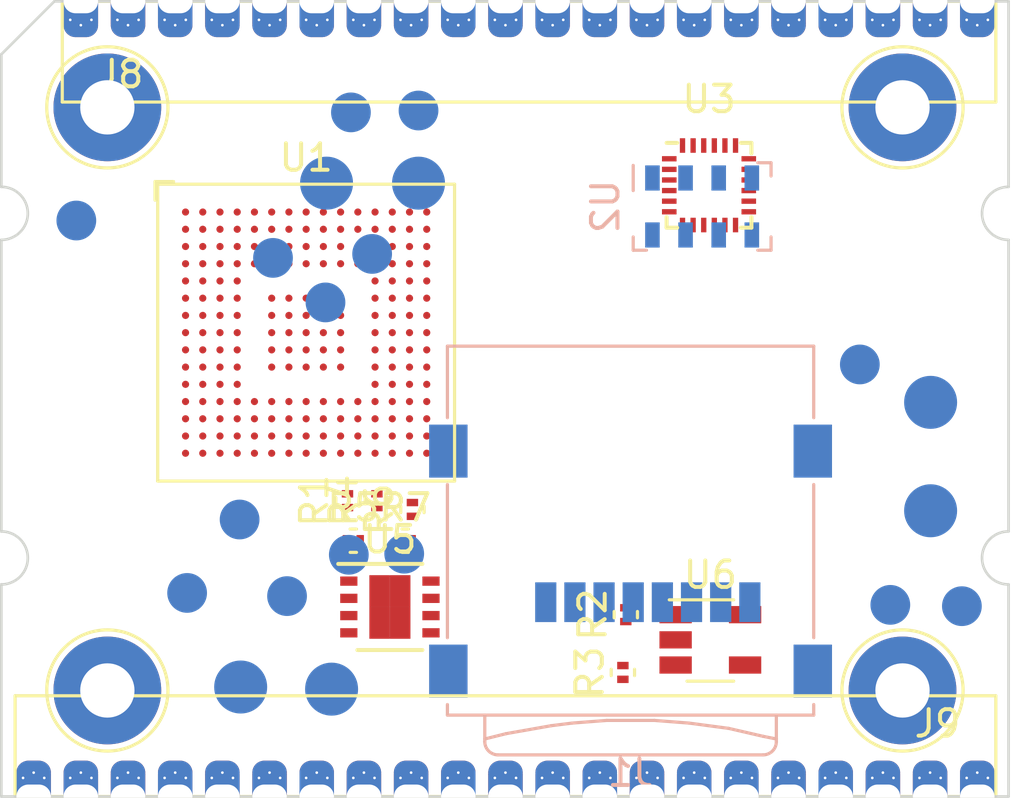
<source format=kicad_pcb>
(kicad_pcb (version 4) (host pcbnew 4.0.6)

  (general
    (links 89)
    (no_connects 89)
    (area 19.949999 19.949999 58.050001 50.050001)
    (thickness 1.6)
    (drawings 13)
    (tracks 0)
    (zones 0)
    (modules 39)
    (nets 243)
  )

  (page A4)
  (layers
    (0 F.Cu signal hide)
    (31 B.Cu signal)
    (32 B.Adhes user)
    (33 F.Adhes user hide)
    (34 B.Paste user)
    (35 F.Paste user hide)
    (36 B.SilkS user)
    (37 F.SilkS user hide)
    (38 B.Mask user)
    (39 F.Mask user hide)
    (40 Dwgs.User user)
    (41 Cmts.User user)
    (42 Eco1.User user)
    (43 Eco2.User user)
    (44 Edge.Cuts user)
    (45 Margin user)
    (46 B.CrtYd user)
    (47 F.CrtYd user hide)
    (48 B.Fab user)
    (49 F.Fab user hide)
  )

  (setup
    (last_trace_width 0.25)
    (trace_clearance 0.2)
    (zone_clearance 0.508)
    (zone_45_only no)
    (trace_min 0.12)
    (segment_width 0.2)
    (edge_width 0.15)
    (via_size 0.6)
    (via_drill 0.4)
    (via_min_size 0.27)
    (via_min_drill 0.3)
    (uvia_size 0.3)
    (uvia_drill 0.1)
    (uvias_allowed yes)
    (uvia_min_size 0.2)
    (uvia_min_drill 0.1)
    (pcb_text_width 0.3)
    (pcb_text_size 1.5 1.5)
    (mod_edge_width 0.15)
    (mod_text_size 1 1)
    (mod_text_width 0.15)
    (pad_size 2 2)
    (pad_drill 0)
    (pad_to_mask_clearance 0.2)
    (aux_axis_origin 0 0)
    (visible_elements 7FFFFF7F)
    (pcbplotparams
      (layerselection 0x00030_80000001)
      (usegerberextensions false)
      (excludeedgelayer true)
      (linewidth 0.100000)
      (plotframeref false)
      (viasonmask false)
      (mode 1)
      (useauxorigin false)
      (hpglpennumber 1)
      (hpglpenspeed 20)
      (hpglpendiameter 15)
      (hpglpenoverlay 2)
      (psnegative false)
      (psa4output false)
      (plotreference true)
      (plotvalue true)
      (plotinvisibletext false)
      (padsonsilk false)
      (subtractmaskfromsilk false)
      (outputformat 5)
      (mirror false)
      (drillshape 0)
      (scaleselection 1)
      (outputdirectory ""))
  )

  (net 0 "")
  (net 1 "Net-(R1-Pad1)")
  (net 2 "Net-(R1-Pad2)")
  (net 3 "Net-(R2-Pad1)")
  (net 4 /3V6)
  (net 5 GND)
  (net 6 "Net-(R4-Pad1)")
  (net 7 "Net-(R4-Pad2)")
  (net 8 /VCC3V3)
  (net 9 "Net-(R5-Pad2)")
  (net 10 "Net-(R6-Pad1)")
  (net 11 "Net-(R7-Pad1)")
  (net 12 /U3_RX)
  (net 13 /U3_TX)
  (net 14 "Net-(TP3-Pad1)")
  (net 15 /5V)
  (net 16 /U7_RX)
  (net 17 /U7_TX)
  (net 18 "Net-(TP9-Pad1)")
  (net 19 "Net-(TP10-Pad1)")
  (net 20 "Net-(TP11-Pad1)")
  (net 21 "Net-(TP12-Pad1)")
  (net 22 "Net-(TP14-Pad1)")
  (net 23 "Net-(TP15-Pad1)")
  (net 24 "Net-(TP16-Pad1)")
  (net 25 "Net-(TP17-Pad1)")
  (net 26 "Net-(TP18-Pad1)")
  (net 27 "Net-(TP19-Pad1)")
  (net 28 /3V3A)
  (net 29 "Net-(U5-Pad2)")
  (net 30 "Net-(U5-Pad3)")
  (net 31 "Net-(U5-Pad5)")
  (net 32 "Net-(U5-Pad6)")
  (net 33 "Net-(U5-Pad7)")
  (net 34 /1V2)
  (net 35 /RX6)
  (net 36 /RX1)
  (net 37 /TX1)
  (net 38 /PWM1)
  (net 39 /SCL3)
  (net 40 /TX6)
  (net 41 /HDRDY)
  (net 42 /SDA3)
  (net 43 /M12_R)
  (net 44 /DP)
  (net 45 /DM)
  (net 46 /PWM2)
  (net 47 /PWM3)
  (net 48 /U4_RX)
  (net 49 /U4_TX)
  (net 50 /INT)
  (net 51 /12V)
  (net 52 /M34_G)
  (net 53 /M34_R)
  (net 54 /GND12)
  (net 55 /PWM4)
  (net 56 /U8_TX)
  (net 57 /U8_RX)
  (net 58 /M12_G)
  (net 59 "Net-(U1-PadA1)")
  (net 60 "Net-(U1-PadA2)")
  (net 61 "Net-(U1-PadA3)")
  (net 62 "Net-(U1-PadA4)")
  (net 63 "Net-(U1-PadA5)")
  (net 64 "Net-(U1-PadA6)")
  (net 65 "Net-(U1-PadA7)")
  (net 66 "Net-(U1-PadA8)")
  (net 67 "Net-(U1-PadA9)")
  (net 68 "Net-(U1-PadA10)")
  (net 69 "Net-(U1-PadA11)")
  (net 70 "Net-(U1-PadA12)")
  (net 71 "Net-(U1-PadA13)")
  (net 72 "Net-(U1-PadA14)")
  (net 73 "Net-(U1-PadA15)")
  (net 74 "Net-(U1-PadB1)")
  (net 75 "Net-(U1-PadC1)")
  (net 76 "Net-(U1-PadD1)")
  (net 77 "Net-(U1-PadE1)")
  (net 78 "Net-(U1-PadF1)")
  (net 79 "Net-(U1-PadG1)")
  (net 80 "Net-(U1-PadH1)")
  (net 81 "Net-(U1-PadJ1)")
  (net 82 "Net-(U1-PadB15)")
  (net 83 "Net-(U1-PadB14)")
  (net 84 "Net-(U1-PadB13)")
  (net 85 "Net-(U1-PadB12)")
  (net 86 "Net-(U1-PadB11)")
  (net 87 "Net-(U1-PadB10)")
  (net 88 "Net-(U1-PadB9)")
  (net 89 "Net-(U1-PadB8)")
  (net 90 "Net-(U1-PadB7)")
  (net 91 "Net-(U1-PadB6)")
  (net 92 "Net-(U1-PadB5)")
  (net 93 "Net-(U1-PadB2)")
  (net 94 "Net-(U1-PadB3)")
  (net 95 "Net-(U1-PadB4)")
  (net 96 "Net-(U1-PadC2)")
  (net 97 "Net-(U1-PadC3)")
  (net 98 "Net-(U1-PadC4)")
  (net 99 "Net-(U1-PadC6)")
  (net 100 "Net-(U1-PadD4)")
  (net 101 "Net-(U1-PadE2)")
  (net 102 "Net-(U1-PadE3)")
  (net 103 "Net-(U1-PadE4)")
  (net 104 "Net-(U1-PadC10)")
  (net 105 "Net-(U1-PadD10)")
  (net 106 "Net-(U1-PadC11)")
  (net 107 "Net-(U1-PadD11)")
  (net 108 "Net-(U1-PadD12)")
  (net 109 "Net-(U1-PadC12)")
  (net 110 "Net-(U1-PadC13)")
  (net 111 "Net-(U1-PadC14)")
  (net 112 "Net-(U1-PadD14)")
  (net 113 "Net-(U1-PadD13)")
  (net 114 "Net-(U1-PadC15)")
  (net 115 "Net-(U1-PadD15)")
  (net 116 "Net-(U1-PadE13)")
  (net 117 "Net-(U1-PadF13)")
  (net 118 "Net-(U1-PadG14)")
  (net 119 "Net-(U1-PadF14)")
  (net 120 "Net-(U1-PadE14)")
  (net 121 "Net-(U1-PadE15)")
  (net 122 "Net-(U1-PadF15)")
  (net 123 "Net-(U1-PadG15)")
  (net 124 "Net-(U1-PadF4)")
  (net 125 "Net-(U1-PadG4)")
  (net 126 "Net-(U1-PadH2)")
  (net 127 "Net-(U1-PadH3)")
  (net 128 "Net-(U1-PadH4)")
  (net 129 "Net-(U1-PadJ4)")
  (net 130 "Net-(U1-PadJ3)")
  (net 131 "Net-(U1-PadJ2)")
  (net 132 "Net-(U1-PadK1)")
  (net 133 "Net-(U1-PadK2)")
  (net 134 "Net-(U1-PadK3)")
  (net 135 "Net-(U1-PadL4)")
  (net 136 "Net-(U1-PadL3)")
  (net 137 "Net-(U1-PadL2)")
  (net 138 "Net-(U1-PadL1)")
  (net 139 "Net-(U1-PadM1)")
  (net 140 "Net-(U1-PadM2)")
  (net 141 "Net-(U1-PadM3)")
  (net 142 "Net-(U1-PadM4)")
  (net 143 "Net-(U1-PadN4)")
  (net 144 "Net-(U1-PadP4)")
  (net 145 "Net-(U1-PadR4)")
  (net 146 "Net-(U1-PadR3)")
  (net 147 "Net-(U1-PadP3)")
  (net 148 "Net-(U1-PadN3)")
  (net 149 "Net-(U1-PadN2)")
  (net 150 "Net-(U1-PadP2)")
  (net 151 "Net-(U1-PadR2)")
  (net 152 "Net-(U1-PadN1)")
  (net 153 "Net-(U1-PadP1)")
  (net 154 "Net-(U1-PadR1)")
  (net 155 "Net-(U1-PadM5)")
  (net 156 "Net-(U1-PadM6)")
  (net 157 "Net-(U1-PadM7)")
  (net 158 "Net-(U1-PadP5)")
  (net 159 "Net-(U1-PadP6)")
  (net 160 "Net-(U1-PadR5)")
  (net 161 "Net-(U1-PadR6)")
  (net 162 "Net-(U1-PadN5)")
  (net 163 "Net-(U1-PadN6)")
  (net 164 "Net-(U1-PadN7)")
  (net 165 "Net-(U1-PadP11)")
  (net 166 "Net-(U1-PadP10)")
  (net 167 "Net-(U1-PadP9)")
  (net 168 "Net-(U1-PadP8)")
  (net 169 "Net-(U1-PadP7)")
  (net 170 "Net-(U1-PadR7)")
  (net 171 "Net-(U1-PadR8)")
  (net 172 "Net-(U1-PadR9)")
  (net 173 "Net-(U1-PadR10)")
  (net 174 "Net-(U1-PadR11)")
  (net 175 "Net-(U1-PadE12)")
  (net 176 "Net-(U1-PadP12)")
  (net 177 "Net-(U1-PadR12)")
  (net 178 "Net-(U1-PadK13)")
  (net 179 "Net-(U1-PadL13)")
  (net 180 "Net-(U1-PadM13)")
  (net 181 "Net-(U1-PadN13)")
  (net 182 "Net-(U1-PadP13)")
  (net 183 "Net-(U1-PadR13)")
  (net 184 "Net-(U1-PadM10)")
  (net 185 "Net-(U1-PadR14)")
  (net 186 "Net-(U1-PadP14)")
  (net 187 "Net-(U1-PadN14)")
  (net 188 "Net-(U1-PadM14)")
  (net 189 "Net-(U1-PadL14)")
  (net 190 "Net-(U1-PadK14)")
  (net 191 "Net-(U1-PadJ14)")
  (net 192 "Net-(U1-PadH14)")
  (net 193 "Net-(U1-PadH15)")
  (net 194 "Net-(U1-PadJ15)")
  (net 195 "Net-(U1-PadK15)")
  (net 196 "Net-(U1-PadL15)")
  (net 197 "Net-(U1-PadM15)")
  (net 198 "Net-(U1-PadN15)")
  (net 199 "Net-(U1-PadP15)")
  (net 200 "Net-(U1-PadR15)")
  (net 201 "Net-(U1-PadN11)")
  (net 202 "Net-(U1-PadM11)")
  (net 203 "Net-(U1-PadK12)")
  (net 204 "Net-(U1-PadL12)")
  (net 205 "Net-(U1-PadM12)")
  (net 206 "Net-(U1-PadN12)")
  (net 207 "Net-(J1-Pad9)")
  (net 208 "Net-(J1-Pad8)")
  (net 209 "Net-(J1-Pad7)")
  (net 210 "Net-(J1-Pad5)")
  (net 211 "Net-(J1-Pad3)")
  (net 212 "Net-(J1-Pad2)")
  (net 213 "Net-(J1-Pad1)")
  (net 214 "Net-(U2-Pad4)")
  (net 215 "Net-(U2-Pad1)")
  (net 216 "Net-(U2-Pad2)")
  (net 217 "Net-(U2-Pad8)")
  (net 218 "Net-(U2-Pad7)")
  (net 219 "Net-(U2-Pad6)")
  (net 220 "Net-(U2-Pad5)")
  (net 221 "Net-(U3-Pad1)")
  (net 222 "Net-(U3-Pad2)")
  (net 223 "Net-(U3-Pad3)")
  (net 224 "Net-(U3-Pad4)")
  (net 225 "Net-(U3-Pad5)")
  (net 226 "Net-(U3-Pad6)")
  (net 227 "Net-(U3-Pad7)")
  (net 228 "Net-(U3-Pad8)")
  (net 229 "Net-(U3-Pad9)")
  (net 230 "Net-(U3-Pad10)")
  (net 231 "Net-(U3-Pad11)")
  (net 232 "Net-(U3-Pad12)")
  (net 233 "Net-(U3-Pad13)")
  (net 234 "Net-(U3-Pad14)")
  (net 235 "Net-(U3-Pad15)")
  (net 236 "Net-(U3-Pad16)")
  (net 237 "Net-(U3-Pad17)")
  (net 238 "Net-(U3-Pad19)")
  (net 239 "Net-(U3-Pad21)")
  (net 240 "Net-(U3-Pad22)")
  (net 241 "Net-(U3-Pad23)")
  (net 242 "Net-(U3-Pad24)")

  (net_class Default "This is the default net class."
    (clearance 0.2)
    (trace_width 0.25)
    (via_dia 0.6)
    (via_drill 0.4)
    (uvia_dia 0.3)
    (uvia_drill 0.1)
    (add_net /12V)
    (add_net /1V2)
    (add_net /3V3A)
    (add_net /3V6)
    (add_net /5V)
    (add_net /DM)
    (add_net /DP)
    (add_net /GND12)
    (add_net /HDRDY)
    (add_net /INT)
    (add_net /M12_G)
    (add_net /M12_R)
    (add_net /M34_G)
    (add_net /M34_R)
    (add_net /PWM1)
    (add_net /PWM2)
    (add_net /PWM3)
    (add_net /PWM4)
    (add_net /RX1)
    (add_net /RX6)
    (add_net /SCL3)
    (add_net /SDA3)
    (add_net /TX1)
    (add_net /TX6)
    (add_net /U3_RX)
    (add_net /U3_TX)
    (add_net /U4_RX)
    (add_net /U4_TX)
    (add_net /U7_RX)
    (add_net /U7_TX)
    (add_net /U8_RX)
    (add_net /U8_TX)
    (add_net /VCC3V3)
    (add_net GND)
    (add_net "Net-(J1-Pad1)")
    (add_net "Net-(J1-Pad2)")
    (add_net "Net-(J1-Pad3)")
    (add_net "Net-(J1-Pad5)")
    (add_net "Net-(J1-Pad7)")
    (add_net "Net-(J1-Pad8)")
    (add_net "Net-(J1-Pad9)")
    (add_net "Net-(R1-Pad1)")
    (add_net "Net-(R1-Pad2)")
    (add_net "Net-(R2-Pad1)")
    (add_net "Net-(R4-Pad1)")
    (add_net "Net-(R4-Pad2)")
    (add_net "Net-(R5-Pad2)")
    (add_net "Net-(R6-Pad1)")
    (add_net "Net-(R7-Pad1)")
    (add_net "Net-(TP10-Pad1)")
    (add_net "Net-(TP11-Pad1)")
    (add_net "Net-(TP12-Pad1)")
    (add_net "Net-(TP14-Pad1)")
    (add_net "Net-(TP15-Pad1)")
    (add_net "Net-(TP16-Pad1)")
    (add_net "Net-(TP17-Pad1)")
    (add_net "Net-(TP18-Pad1)")
    (add_net "Net-(TP19-Pad1)")
    (add_net "Net-(TP3-Pad1)")
    (add_net "Net-(TP9-Pad1)")
    (add_net "Net-(U1-PadA1)")
    (add_net "Net-(U1-PadA10)")
    (add_net "Net-(U1-PadA11)")
    (add_net "Net-(U1-PadA12)")
    (add_net "Net-(U1-PadA13)")
    (add_net "Net-(U1-PadA14)")
    (add_net "Net-(U1-PadA15)")
    (add_net "Net-(U1-PadA2)")
    (add_net "Net-(U1-PadA3)")
    (add_net "Net-(U1-PadA4)")
    (add_net "Net-(U1-PadA5)")
    (add_net "Net-(U1-PadA6)")
    (add_net "Net-(U1-PadA7)")
    (add_net "Net-(U1-PadA8)")
    (add_net "Net-(U1-PadA9)")
    (add_net "Net-(U1-PadB1)")
    (add_net "Net-(U1-PadB10)")
    (add_net "Net-(U1-PadB11)")
    (add_net "Net-(U1-PadB12)")
    (add_net "Net-(U1-PadB13)")
    (add_net "Net-(U1-PadB14)")
    (add_net "Net-(U1-PadB15)")
    (add_net "Net-(U1-PadB2)")
    (add_net "Net-(U1-PadB3)")
    (add_net "Net-(U1-PadB4)")
    (add_net "Net-(U1-PadB5)")
    (add_net "Net-(U1-PadB6)")
    (add_net "Net-(U1-PadB7)")
    (add_net "Net-(U1-PadB8)")
    (add_net "Net-(U1-PadB9)")
    (add_net "Net-(U1-PadC1)")
    (add_net "Net-(U1-PadC10)")
    (add_net "Net-(U1-PadC11)")
    (add_net "Net-(U1-PadC12)")
    (add_net "Net-(U1-PadC13)")
    (add_net "Net-(U1-PadC14)")
    (add_net "Net-(U1-PadC15)")
    (add_net "Net-(U1-PadC2)")
    (add_net "Net-(U1-PadC3)")
    (add_net "Net-(U1-PadC4)")
    (add_net "Net-(U1-PadC6)")
    (add_net "Net-(U1-PadD1)")
    (add_net "Net-(U1-PadD10)")
    (add_net "Net-(U1-PadD11)")
    (add_net "Net-(U1-PadD12)")
    (add_net "Net-(U1-PadD13)")
    (add_net "Net-(U1-PadD14)")
    (add_net "Net-(U1-PadD15)")
    (add_net "Net-(U1-PadD4)")
    (add_net "Net-(U1-PadE1)")
    (add_net "Net-(U1-PadE12)")
    (add_net "Net-(U1-PadE13)")
    (add_net "Net-(U1-PadE14)")
    (add_net "Net-(U1-PadE15)")
    (add_net "Net-(U1-PadE2)")
    (add_net "Net-(U1-PadE3)")
    (add_net "Net-(U1-PadE4)")
    (add_net "Net-(U1-PadF1)")
    (add_net "Net-(U1-PadF13)")
    (add_net "Net-(U1-PadF14)")
    (add_net "Net-(U1-PadF15)")
    (add_net "Net-(U1-PadF4)")
    (add_net "Net-(U1-PadG1)")
    (add_net "Net-(U1-PadG14)")
    (add_net "Net-(U1-PadG15)")
    (add_net "Net-(U1-PadG4)")
    (add_net "Net-(U1-PadH1)")
    (add_net "Net-(U1-PadH14)")
    (add_net "Net-(U1-PadH15)")
    (add_net "Net-(U1-PadH2)")
    (add_net "Net-(U1-PadH3)")
    (add_net "Net-(U1-PadH4)")
    (add_net "Net-(U1-PadJ1)")
    (add_net "Net-(U1-PadJ14)")
    (add_net "Net-(U1-PadJ15)")
    (add_net "Net-(U1-PadJ2)")
    (add_net "Net-(U1-PadJ3)")
    (add_net "Net-(U1-PadJ4)")
    (add_net "Net-(U1-PadK1)")
    (add_net "Net-(U1-PadK12)")
    (add_net "Net-(U1-PadK13)")
    (add_net "Net-(U1-PadK14)")
    (add_net "Net-(U1-PadK15)")
    (add_net "Net-(U1-PadK2)")
    (add_net "Net-(U1-PadK3)")
    (add_net "Net-(U1-PadL1)")
    (add_net "Net-(U1-PadL12)")
    (add_net "Net-(U1-PadL13)")
    (add_net "Net-(U1-PadL14)")
    (add_net "Net-(U1-PadL15)")
    (add_net "Net-(U1-PadL2)")
    (add_net "Net-(U1-PadL3)")
    (add_net "Net-(U1-PadL4)")
    (add_net "Net-(U1-PadM1)")
    (add_net "Net-(U1-PadM10)")
    (add_net "Net-(U1-PadM11)")
    (add_net "Net-(U1-PadM12)")
    (add_net "Net-(U1-PadM13)")
    (add_net "Net-(U1-PadM14)")
    (add_net "Net-(U1-PadM15)")
    (add_net "Net-(U1-PadM2)")
    (add_net "Net-(U1-PadM3)")
    (add_net "Net-(U1-PadM4)")
    (add_net "Net-(U1-PadM5)")
    (add_net "Net-(U1-PadM6)")
    (add_net "Net-(U1-PadM7)")
    (add_net "Net-(U1-PadN1)")
    (add_net "Net-(U1-PadN11)")
    (add_net "Net-(U1-PadN12)")
    (add_net "Net-(U1-PadN13)")
    (add_net "Net-(U1-PadN14)")
    (add_net "Net-(U1-PadN15)")
    (add_net "Net-(U1-PadN2)")
    (add_net "Net-(U1-PadN3)")
    (add_net "Net-(U1-PadN4)")
    (add_net "Net-(U1-PadN5)")
    (add_net "Net-(U1-PadN6)")
    (add_net "Net-(U1-PadN7)")
    (add_net "Net-(U1-PadP1)")
    (add_net "Net-(U1-PadP10)")
    (add_net "Net-(U1-PadP11)")
    (add_net "Net-(U1-PadP12)")
    (add_net "Net-(U1-PadP13)")
    (add_net "Net-(U1-PadP14)")
    (add_net "Net-(U1-PadP15)")
    (add_net "Net-(U1-PadP2)")
    (add_net "Net-(U1-PadP3)")
    (add_net "Net-(U1-PadP4)")
    (add_net "Net-(U1-PadP5)")
    (add_net "Net-(U1-PadP6)")
    (add_net "Net-(U1-PadP7)")
    (add_net "Net-(U1-PadP8)")
    (add_net "Net-(U1-PadP9)")
    (add_net "Net-(U1-PadR1)")
    (add_net "Net-(U1-PadR10)")
    (add_net "Net-(U1-PadR11)")
    (add_net "Net-(U1-PadR12)")
    (add_net "Net-(U1-PadR13)")
    (add_net "Net-(U1-PadR14)")
    (add_net "Net-(U1-PadR15)")
    (add_net "Net-(U1-PadR2)")
    (add_net "Net-(U1-PadR3)")
    (add_net "Net-(U1-PadR4)")
    (add_net "Net-(U1-PadR5)")
    (add_net "Net-(U1-PadR6)")
    (add_net "Net-(U1-PadR7)")
    (add_net "Net-(U1-PadR8)")
    (add_net "Net-(U1-PadR9)")
    (add_net "Net-(U2-Pad1)")
    (add_net "Net-(U2-Pad2)")
    (add_net "Net-(U2-Pad4)")
    (add_net "Net-(U2-Pad5)")
    (add_net "Net-(U2-Pad6)")
    (add_net "Net-(U2-Pad7)")
    (add_net "Net-(U2-Pad8)")
    (add_net "Net-(U3-Pad1)")
    (add_net "Net-(U3-Pad10)")
    (add_net "Net-(U3-Pad11)")
    (add_net "Net-(U3-Pad12)")
    (add_net "Net-(U3-Pad13)")
    (add_net "Net-(U3-Pad14)")
    (add_net "Net-(U3-Pad15)")
    (add_net "Net-(U3-Pad16)")
    (add_net "Net-(U3-Pad17)")
    (add_net "Net-(U3-Pad19)")
    (add_net "Net-(U3-Pad2)")
    (add_net "Net-(U3-Pad21)")
    (add_net "Net-(U3-Pad22)")
    (add_net "Net-(U3-Pad23)")
    (add_net "Net-(U3-Pad24)")
    (add_net "Net-(U3-Pad3)")
    (add_net "Net-(U3-Pad4)")
    (add_net "Net-(U3-Pad5)")
    (add_net "Net-(U3-Pad6)")
    (add_net "Net-(U3-Pad7)")
    (add_net "Net-(U3-Pad8)")
    (add_net "Net-(U3-Pad9)")
    (add_net "Net-(U5-Pad2)")
    (add_net "Net-(U5-Pad3)")
    (add_net "Net-(U5-Pad5)")
    (add_net "Net-(U5-Pad6)")
    (add_net "Net-(U5-Pad7)")
  )

  (module Connectors:1pin (layer F.Cu) (tedit 598A35B9) (tstamp 598A4C26)
    (at 24 46)
    (descr "module 1 pin (ou trou mecanique de percage)")
    (tags DEV)
    (fp_text reference REF** (at 0 -3.048) (layer F.SilkS) hide
      (effects (font (size 1 1) (thickness 0.15)))
    )
    (fp_text value 1pin (at 0 3) (layer F.Fab) hide
      (effects (font (size 1 1) (thickness 0.15)))
    )
    (fp_circle (center 0 0) (end 2 0.8) (layer F.Fab) (width 0.1))
    (fp_circle (center 0 0) (end 2.6 0) (layer F.CrtYd) (width 0.05))
    (fp_circle (center 0 0) (end 0 -2.286) (layer F.SilkS) (width 0.12))
    (pad 2 thru_hole circle (at 0 0) (size 4.064 4.064) (drill 2.048) (layers *.Cu *.Mask))
  )

  (module Connectors:1pin (layer F.Cu) (tedit 598A35C2) (tstamp 598A4C18)
    (at 54 46)
    (descr "module 1 pin (ou trou mecanique de percage)")
    (tags DEV)
    (fp_text reference REF** (at 0 -3.048) (layer F.SilkS) hide
      (effects (font (size 1 1) (thickness 0.15)))
    )
    (fp_text value 1pin (at 0 3) (layer F.Fab) hide
      (effects (font (size 1 1) (thickness 0.15)))
    )
    (fp_circle (center 0 0) (end 2 0.8) (layer F.Fab) (width 0.1))
    (fp_circle (center 0 0) (end 2.6 0) (layer F.CrtYd) (width 0.05))
    (fp_circle (center 0 0) (end 0 -2.286) (layer F.SilkS) (width 0.12))
    (pad 4 thru_hole circle (at 0 0) (size 4.064 4.064) (drill 2.048) (layers *.Cu *.Mask))
  )

  (module Connectors:1pin (layer F.Cu) (tedit 598A35BD) (tstamp 598A4BFA)
    (at 54 24)
    (descr "module 1 pin (ou trou mecanique de percage)")
    (tags DEV)
    (fp_text reference REF** (at 0 -3.048) (layer F.SilkS) hide
      (effects (font (size 1 1) (thickness 0.15)))
    )
    (fp_text value 1pin (at 0 3) (layer F.Fab) hide
      (effects (font (size 1 1) (thickness 0.15)))
    )
    (fp_circle (center 0 0) (end 2 0.8) (layer F.Fab) (width 0.1))
    (fp_circle (center 0 0) (end 2.6 0) (layer F.CrtYd) (width 0.05))
    (fp_circle (center 0 0) (end 0 -2.286) (layer F.SilkS) (width 0.12))
    (pad 3 thru_hole circle (at 0 0) (size 4.064 4.064) (drill 2.048) (layers *.Cu *.Mask))
  )

  (module Connectors:1pin (layer F.Cu) (tedit 598A3591) (tstamp 598A4AD2)
    (at 24 24)
    (descr "module 1 pin (ou trou mecanique de percage)")
    (tags DEV)
    (fp_text reference REF** (at 0 -3.048) (layer F.SilkS) hide
      (effects (font (size 1 1) (thickness 0.15)))
    )
    (fp_text value 1pin (at 0 3) (layer F.Fab) hide
      (effects (font (size 1 1) (thickness 0.15)))
    )
    (fp_circle (center 0 0) (end 2 0.8) (layer F.Fab) (width 0.1))
    (fp_circle (center 0 0) (end 2.6 0) (layer F.CrtYd) (width 0.05))
    (fp_circle (center 0 0) (end 0 -2.286) (layer F.SilkS) (width 0.12))
    (pad 1 thru_hole circle (at 0 0) (size 4.064 4.064) (drill 2.048) (layers *.Cu *.Mask))
  )

  (module Housings_BGA-v2:BGA-176p25_10x10_11.0x11.0mm_Pitch0.65mm (layer F.Cu) (tedit 598CD5CD) (tstamp 598B061F)
    (at 31.5 32.5)
    (descr "UFBGA225, TI uC")
    (tags BGA-225)
    (path /598DF7E9)
    (attr smd)
    (fp_text reference U1 (at 0 -6.6) (layer F.SilkS)
      (effects (font (size 1 1) (thickness 0.15)))
    )
    (fp_text value STM32F427II (at 0 6.7) (layer F.Fab) hide
      (effects (font (size 1 1) (thickness 0.15)))
    )
    (fp_line (start -5 -5.7) (end -5.7 -5.7) (layer F.SilkS) (width 0.12))
    (fp_line (start -5.7 -5.7) (end -5.7 -5) (layer F.SilkS) (width 0.12))
    (fp_line (start 5.6 -5.6) (end -5.6 -5.6) (layer F.SilkS) (width 0.12))
    (fp_line (start -5.6 -5.6) (end -5.6 5.6) (layer F.SilkS) (width 0.12))
    (fp_line (start -5.6 5.6) (end 5.6 5.6) (layer F.SilkS) (width 0.12))
    (fp_line (start 5.6 5.6) (end 5.6 -5.6) (layer F.SilkS) (width 0.12))
    (fp_line (start -5.5 5.5) (end 5.5 5.5) (layer F.Fab) (width 0.1))
    (fp_line (start 5.5 5.5) (end 5.5 -5.5) (layer F.Fab) (width 0.1))
    (fp_line (start 5.5 -5.5) (end -5 -5.5) (layer F.Fab) (width 0.1))
    (fp_line (start -5 -5.5) (end -5.5 -5) (layer F.Fab) (width 0.1))
    (fp_line (start -5.5 -5) (end -5.5 5.5) (layer F.Fab) (width 0.1))
    (fp_line (start -6.5 -6.5) (end 6.5 -6.5) (layer F.CrtYd) (width 0.05))
    (fp_line (start -6.5 -6.5) (end -6.5 6.5) (layer F.CrtYd) (width 0.05))
    (fp_line (start 6.5 6.5) (end 6.5 -6.5) (layer F.CrtYd) (width 0.05))
    (fp_line (start 6.5 6.5) (end -6.5 6.5) (layer F.CrtYd) (width 0.05))
    (pad A1 smd circle (at -4.55 -4.55) (size 0.27 0.27) (layers F.Cu F.Paste F.Mask)
      (net 59 "Net-(U1-PadA1)"))
    (pad A2 smd circle (at -3.9 -4.55) (size 0.27 0.27) (layers F.Cu F.Paste F.Mask)
      (net 60 "Net-(U1-PadA2)"))
    (pad A3 smd circle (at -3.25 -4.55) (size 0.27 0.27) (layers F.Cu F.Paste F.Mask)
      (net 61 "Net-(U1-PadA3)"))
    (pad A4 smd circle (at -2.6 -4.55) (size 0.27 0.27) (layers F.Cu F.Paste F.Mask)
      (net 62 "Net-(U1-PadA4)"))
    (pad A5 smd circle (at -1.95 -4.55) (size 0.27 0.27) (layers F.Cu F.Paste F.Mask)
      (net 63 "Net-(U1-PadA5)"))
    (pad A6 smd circle (at -1.3 -4.55) (size 0.27 0.27) (layers F.Cu F.Paste F.Mask)
      (net 64 "Net-(U1-PadA6)"))
    (pad A7 smd circle (at -0.65 -4.55) (size 0.27 0.27) (layers F.Cu F.Paste F.Mask)
      (net 65 "Net-(U1-PadA7)"))
    (pad A8 smd circle (at 0 -4.55) (size 0.27 0.27) (layers F.Cu F.Paste F.Mask)
      (net 66 "Net-(U1-PadA8)"))
    (pad A9 smd circle (at 0.65 -4.55) (size 0.27 0.27) (layers F.Cu F.Paste F.Mask)
      (net 67 "Net-(U1-PadA9)"))
    (pad A10 smd circle (at 1.3 -4.55) (size 0.27 0.27) (layers F.Cu F.Paste F.Mask)
      (net 68 "Net-(U1-PadA10)"))
    (pad A11 smd circle (at 1.95 -4.55) (size 0.27 0.27) (layers F.Cu F.Paste F.Mask)
      (net 69 "Net-(U1-PadA11)"))
    (pad A12 smd circle (at 2.6 -4.55) (size 0.27 0.27) (layers F.Cu F.Paste F.Mask)
      (net 70 "Net-(U1-PadA12)"))
    (pad A13 smd circle (at 3.25 -4.55) (size 0.27 0.27) (layers F.Cu F.Paste F.Mask)
      (net 71 "Net-(U1-PadA13)"))
    (pad A14 smd circle (at 3.9 -4.55) (size 0.27 0.27) (layers F.Cu F.Paste F.Mask)
      (net 72 "Net-(U1-PadA14)"))
    (pad A15 smd circle (at 4.55 -4.55) (size 0.27 0.27) (layers F.Cu F.Paste F.Mask)
      (net 73 "Net-(U1-PadA15)"))
    (pad B1 smd circle (at -4.55 -3.9) (size 0.27 0.27) (layers F.Cu F.Paste F.Mask)
      (net 74 "Net-(U1-PadB1)"))
    (pad C1 smd circle (at -4.55 -3.25) (size 0.27 0.27) (layers F.Cu F.Paste F.Mask)
      (net 75 "Net-(U1-PadC1)"))
    (pad D1 smd circle (at -4.55 -2.6) (size 0.27 0.27) (layers F.Cu F.Paste F.Mask)
      (net 76 "Net-(U1-PadD1)"))
    (pad E1 smd circle (at -4.55 -1.95) (size 0.27 0.27) (layers F.Cu F.Paste F.Mask)
      (net 77 "Net-(U1-PadE1)"))
    (pad F1 smd circle (at -4.55 -1.3) (size 0.27 0.27) (layers F.Cu F.Paste F.Mask)
      (net 78 "Net-(U1-PadF1)"))
    (pad G1 smd circle (at -4.55 -0.65) (size 0.27 0.27) (layers F.Cu F.Paste F.Mask)
      (net 79 "Net-(U1-PadG1)"))
    (pad H1 smd circle (at -4.55 0) (size 0.27 0.27) (layers F.Cu F.Paste F.Mask)
      (net 80 "Net-(U1-PadH1)"))
    (pad J1 smd circle (at -4.55 0.65) (size 0.27 0.27) (layers F.Cu F.Paste F.Mask)
      (net 81 "Net-(U1-PadJ1)"))
    (pad B15 smd circle (at 4.55 -3.9) (size 0.27 0.27) (layers F.Cu F.Paste F.Mask)
      (net 82 "Net-(U1-PadB15)"))
    (pad B14 smd circle (at 3.9 -3.9) (size 0.27 0.27) (layers F.Cu F.Paste F.Mask)
      (net 83 "Net-(U1-PadB14)"))
    (pad B13 smd circle (at 3.25 -3.9) (size 0.27 0.27) (layers F.Cu F.Paste F.Mask)
      (net 84 "Net-(U1-PadB13)"))
    (pad B12 smd circle (at 2.6 -3.9) (size 0.27 0.27) (layers F.Cu F.Paste F.Mask)
      (net 85 "Net-(U1-PadB12)"))
    (pad B11 smd circle (at 1.95 -3.9) (size 0.27 0.27) (layers F.Cu F.Paste F.Mask)
      (net 86 "Net-(U1-PadB11)"))
    (pad B10 smd circle (at 1.3 -3.9) (size 0.27 0.27) (layers F.Cu F.Paste F.Mask)
      (net 87 "Net-(U1-PadB10)"))
    (pad B9 smd circle (at 0.65 -3.9) (size 0.27 0.27) (layers F.Cu F.Paste F.Mask)
      (net 88 "Net-(U1-PadB9)"))
    (pad B8 smd circle (at 0 -3.9) (size 0.27 0.27) (layers F.Cu F.Paste F.Mask)
      (net 89 "Net-(U1-PadB8)"))
    (pad B7 smd circle (at -0.65 -3.9) (size 0.27 0.27) (layers F.Cu F.Paste F.Mask)
      (net 90 "Net-(U1-PadB7)"))
    (pad B6 smd circle (at -1.3 -3.9) (size 0.27 0.27) (layers F.Cu F.Paste F.Mask)
      (net 91 "Net-(U1-PadB6)"))
    (pad B5 smd circle (at -1.95 -3.9) (size 0.27 0.27) (layers F.Cu F.Paste F.Mask)
      (net 92 "Net-(U1-PadB5)"))
    (pad B2 smd circle (at -3.9 -3.9) (size 0.27 0.27) (layers F.Cu F.Paste F.Mask)
      (net 93 "Net-(U1-PadB2)"))
    (pad B3 smd circle (at -3.25 -3.9) (size 0.27 0.27) (layers F.Cu F.Paste F.Mask)
      (net 94 "Net-(U1-PadB3)"))
    (pad B4 smd circle (at -2.6 -3.9) (size 0.27 0.27) (layers F.Cu F.Paste F.Mask)
      (net 95 "Net-(U1-PadB4)"))
    (pad C2 smd circle (at -3.9 -3.25) (size 0.27 0.27) (layers F.Cu F.Paste F.Mask)
      (net 96 "Net-(U1-PadC2)"))
    (pad C3 smd circle (at -3.25 -3.25) (size 0.27 0.27) (layers F.Cu F.Paste F.Mask)
      (net 97 "Net-(U1-PadC3)"))
    (pad C4 smd circle (at -2.6 -3.25) (size 0.27 0.27) (layers F.Cu F.Paste F.Mask)
      (net 98 "Net-(U1-PadC4)"))
    (pad C5 smd circle (at -1.95 -3.25) (size 0.27 0.27) (layers F.Cu F.Paste F.Mask)
      (net 8 /VCC3V3))
    (pad C6 smd circle (at -1.3 -3.25) (size 0.27 0.27) (layers F.Cu F.Paste F.Mask)
      (net 99 "Net-(U1-PadC6)"))
    (pad C7 smd circle (at -0.65 -3.25) (size 0.27 0.27) (layers F.Cu F.Paste F.Mask)
      (net 8 /VCC3V3))
    (pad C8 smd circle (at 0 -3.25) (size 0.27 0.27) (layers F.Cu F.Paste F.Mask)
      (net 8 /VCC3V3))
    (pad C9 smd circle (at 0.65 -3.25) (size 0.27 0.27) (layers F.Cu F.Paste F.Mask)
      (net 8 /VCC3V3))
    (pad D2 smd circle (at -3.9 -2.6) (size 0.27 0.27) (layers F.Cu F.Paste F.Mask))
    (pad D3 smd circle (at -3.25 -2.6) (size 0.27 0.27) (layers F.Cu F.Paste F.Mask))
    (pad D4 smd circle (at -2.6 -2.6) (size 0.27 0.27) (layers F.Cu F.Paste F.Mask)
      (net 100 "Net-(U1-PadD4)"))
    (pad D5 smd circle (at -1.95 -2.6) (size 0.27 0.27) (layers F.Cu F.Paste F.Mask)
      (net 5 GND))
    (pad D6 smd circle (at -1.3 -2.6) (size 0.27 0.27) (layers F.Cu F.Paste F.Mask)
      (net 14 "Net-(TP3-Pad1)"))
    (pad D7 smd circle (at -0.65 -2.6) (size 0.27 0.27) (layers F.Cu F.Paste F.Mask)
      (net 5 GND))
    (pad D8 smd circle (at 0 -2.6) (size 0.27 0.27) (layers F.Cu F.Paste F.Mask)
      (net 5 GND))
    (pad D9 smd circle (at 0.65 -2.6) (size 0.27 0.27) (layers F.Cu F.Paste F.Mask)
      (net 5 GND))
    (pad E2 smd circle (at -3.9 -1.95) (size 0.27 0.27) (layers F.Cu F.Paste F.Mask)
      (net 101 "Net-(U1-PadE2)"))
    (pad E3 smd circle (at -3.25 -1.95) (size 0.27 0.27) (layers F.Cu F.Paste F.Mask)
      (net 102 "Net-(U1-PadE3)"))
    (pad E4 smd circle (at -2.6 -1.95) (size 0.27 0.27) (layers F.Cu F.Paste F.Mask)
      (net 103 "Net-(U1-PadE4)"))
    (pad C10 smd circle (at 1.3 -3.25) (size 0.27 0.27) (layers F.Cu F.Paste F.Mask)
      (net 104 "Net-(U1-PadC10)"))
    (pad D10 smd circle (at 1.3 -2.6) (size 0.27 0.27) (layers F.Cu F.Paste F.Mask)
      (net 105 "Net-(U1-PadD10)"))
    (pad C11 smd circle (at 1.95 -3.25) (size 0.27 0.27) (layers F.Cu F.Paste F.Mask)
      (net 106 "Net-(U1-PadC11)"))
    (pad D11 smd circle (at 1.95 -2.6) (size 0.27 0.27) (layers F.Cu F.Paste F.Mask)
      (net 107 "Net-(U1-PadD11)"))
    (pad D12 smd circle (at 2.6 -2.6) (size 0.27 0.27) (layers F.Cu F.Paste F.Mask)
      (net 108 "Net-(U1-PadD12)"))
    (pad C12 smd circle (at 2.6 -3.25) (size 0.27 0.27) (layers F.Cu F.Paste F.Mask)
      (net 109 "Net-(U1-PadC12)"))
    (pad C13 smd circle (at 3.25 -3.25) (size 0.27 0.27) (layers F.Cu F.Paste F.Mask)
      (net 110 "Net-(U1-PadC13)"))
    (pad C14 smd circle (at 3.9 -3.25) (size 0.27 0.27) (layers F.Cu F.Paste F.Mask)
      (net 111 "Net-(U1-PadC14)"))
    (pad D14 smd circle (at 3.9 -2.6) (size 0.27 0.27) (layers F.Cu F.Paste F.Mask)
      (net 112 "Net-(U1-PadD14)"))
    (pad D13 smd circle (at 3.25 -2.6) (size 0.27 0.27) (layers F.Cu F.Paste F.Mask)
      (net 113 "Net-(U1-PadD13)"))
    (pad C15 smd circle (at 4.55 -3.25) (size 0.27 0.27) (layers F.Cu F.Paste F.Mask)
      (net 114 "Net-(U1-PadC15)"))
    (pad D15 smd circle (at 4.55 -2.6) (size 0.27 0.27) (layers F.Cu F.Paste F.Mask)
      (net 115 "Net-(U1-PadD15)"))
    (pad E13 smd circle (at 3.25 -1.95) (size 0.27 0.27) (layers F.Cu F.Paste F.Mask)
      (net 116 "Net-(U1-PadE13)"))
    (pad F13 smd circle (at 3.25 -1.3) (size 0.27 0.27) (layers F.Cu F.Paste F.Mask)
      (net 117 "Net-(U1-PadF13)"))
    (pad G13 smd circle (at 3.25 -0.65) (size 0.27 0.27) (layers F.Cu F.Paste F.Mask)
      (net 8 /VCC3V3))
    (pad G14 smd circle (at 3.9 -0.65) (size 0.27 0.27) (layers F.Cu F.Paste F.Mask)
      (net 118 "Net-(U1-PadG14)"))
    (pad F14 smd circle (at 3.9 -1.3) (size 0.27 0.27) (layers F.Cu F.Paste F.Mask)
      (net 119 "Net-(U1-PadF14)"))
    (pad E14 smd circle (at 3.9 -1.95) (size 0.27 0.27) (layers F.Cu F.Paste F.Mask)
      (net 120 "Net-(U1-PadE14)"))
    (pad E15 smd circle (at 4.55 -1.95) (size 0.27 0.27) (layers F.Cu F.Paste F.Mask)
      (net 121 "Net-(U1-PadE15)"))
    (pad F15 smd circle (at 4.55 -1.3) (size 0.27 0.27) (layers F.Cu F.Paste F.Mask)
      (net 122 "Net-(U1-PadF15)"))
    (pad G15 smd circle (at 4.55 -0.65) (size 0.27 0.27) (layers F.Cu F.Paste F.Mask)
      (net 123 "Net-(U1-PadG15)"))
    (pad F2 smd circle (at -3.9 -1.3) (size 0.27 0.27) (layers F.Cu F.Paste F.Mask)
      (net 5 GND))
    (pad F3 smd circle (at -3.25 -1.3) (size 0.27 0.27) (layers F.Cu F.Paste F.Mask)
      (net 8 /VCC3V3))
    (pad F4 smd circle (at -2.6 -1.3) (size 0.27 0.27) (layers F.Cu F.Paste F.Mask)
      (net 124 "Net-(U1-PadF4)"))
    (pad G4 smd circle (at -2.6 -0.65) (size 0.27 0.27) (layers F.Cu F.Paste F.Mask)
      (net 125 "Net-(U1-PadG4)"))
    (pad G3 smd circle (at -3.25 -0.65) (size 0.27 0.27) (layers F.Cu F.Paste F.Mask)
      (net 8 /VCC3V3))
    (pad G2 smd circle (at -3.9 -0.65) (size 0.27 0.27) (layers F.Cu F.Paste F.Mask)
      (net 5 GND))
    (pad H2 smd circle (at -3.9 0) (size 0.27 0.27) (layers F.Cu F.Paste F.Mask)
      (net 126 "Net-(U1-PadH2)"))
    (pad H3 smd circle (at -3.25 0) (size 0.27 0.27) (layers F.Cu F.Paste F.Mask)
      (net 127 "Net-(U1-PadH3)"))
    (pad H4 smd circle (at -2.6 0) (size 0.27 0.27) (layers F.Cu F.Paste F.Mask)
      (net 128 "Net-(U1-PadH4)"))
    (pad J4 smd circle (at -2.6 0.65) (size 0.27 0.27) (layers F.Cu F.Paste F.Mask)
      (net 129 "Net-(U1-PadJ4)"))
    (pad J3 smd circle (at -3.25 0.65) (size 0.27 0.27) (layers F.Cu F.Paste F.Mask)
      (net 130 "Net-(U1-PadJ3)"))
    (pad J2 smd circle (at -3.9 0.65) (size 0.27 0.27) (layers F.Cu F.Paste F.Mask)
      (net 131 "Net-(U1-PadJ2)"))
    (pad K1 smd circle (at -4.55 1.3) (size 0.27 0.27) (layers F.Cu F.Paste F.Mask)
      (net 132 "Net-(U1-PadK1)"))
    (pad K2 smd circle (at -3.9 1.3) (size 0.27 0.27) (layers F.Cu F.Paste F.Mask)
      (net 133 "Net-(U1-PadK2)"))
    (pad K3 smd circle (at -3.25 1.3) (size 0.27 0.27) (layers F.Cu F.Paste F.Mask)
      (net 134 "Net-(U1-PadK3)"))
    (pad K4 smd circle (at -2.6 1.3) (size 0.27 0.27) (layers F.Cu F.Paste F.Mask)
      (net 8 /VCC3V3))
    (pad L4 smd circle (at -2.6 1.95) (size 0.27 0.27) (layers F.Cu F.Paste F.Mask)
      (net 135 "Net-(U1-PadL4)"))
    (pad L3 smd circle (at -3.25 1.95) (size 0.27 0.27) (layers F.Cu F.Paste F.Mask)
      (net 136 "Net-(U1-PadL3)"))
    (pad L2 smd circle (at -3.9 1.95) (size 0.27 0.27) (layers F.Cu F.Paste F.Mask)
      (net 137 "Net-(U1-PadL2)"))
    (pad L1 smd circle (at -4.55 1.95) (size 0.27 0.27) (layers F.Cu F.Paste F.Mask)
      (net 138 "Net-(U1-PadL1)"))
    (pad M1 smd circle (at -4.55 2.6) (size 0.27 0.27) (layers F.Cu F.Paste F.Mask)
      (net 139 "Net-(U1-PadM1)"))
    (pad M2 smd circle (at -3.9 2.6) (size 0.27 0.27) (layers F.Cu F.Paste F.Mask)
      (net 140 "Net-(U1-PadM2)"))
    (pad M3 smd circle (at -3.25 2.6) (size 0.27 0.27) (layers F.Cu F.Paste F.Mask)
      (net 141 "Net-(U1-PadM3)"))
    (pad M4 smd circle (at -2.6 2.6) (size 0.27 0.27) (layers F.Cu F.Paste F.Mask)
      (net 142 "Net-(U1-PadM4)"))
    (pad N4 smd circle (at -2.6 3.25) (size 0.27 0.27) (layers F.Cu F.Paste F.Mask)
      (net 143 "Net-(U1-PadN4)"))
    (pad P4 smd circle (at -2.6 3.9) (size 0.27 0.27) (layers F.Cu F.Paste F.Mask)
      (net 144 "Net-(U1-PadP4)"))
    (pad R4 smd circle (at -2.6 4.55) (size 0.27 0.27) (layers F.Cu F.Paste F.Mask)
      (net 145 "Net-(U1-PadR4)"))
    (pad R3 smd circle (at -3.25 4.55) (size 0.27 0.27) (layers F.Cu F.Paste F.Mask)
      (net 146 "Net-(U1-PadR3)"))
    (pad P3 smd circle (at -3.25 3.9) (size 0.27 0.27) (layers F.Cu F.Paste F.Mask)
      (net 147 "Net-(U1-PadP3)"))
    (pad N3 smd circle (at -3.25 3.25) (size 0.27 0.27) (layers F.Cu F.Paste F.Mask)
      (net 148 "Net-(U1-PadN3)"))
    (pad N2 smd circle (at -3.9 3.25) (size 0.27 0.27) (layers F.Cu F.Paste F.Mask)
      (net 149 "Net-(U1-PadN2)"))
    (pad P2 smd circle (at -3.9 3.9) (size 0.27 0.27) (layers F.Cu F.Paste F.Mask)
      (net 150 "Net-(U1-PadP2)"))
    (pad R2 smd circle (at -3.9 4.55) (size 0.27 0.27) (layers F.Cu F.Paste F.Mask)
      (net 151 "Net-(U1-PadR2)"))
    (pad N1 smd circle (at -4.55 3.25) (size 0.27 0.27) (layers F.Cu F.Paste F.Mask)
      (net 152 "Net-(U1-PadN1)"))
    (pad P1 smd circle (at -4.55 3.9) (size 0.27 0.27) (layers F.Cu F.Paste F.Mask)
      (net 153 "Net-(U1-PadP1)"))
    (pad R1 smd circle (at -4.55 4.55) (size 0.27 0.27) (layers F.Cu F.Paste F.Mask)
      (net 154 "Net-(U1-PadR1)"))
    (pad F6 smd circle (at -1.3 -1.3) (size 0.27 0.27) (layers F.Cu F.Paste F.Mask)
      (net 5 GND))
    (pad F7 smd circle (at -0.65 -1.3) (size 0.27 0.27) (layers F.Cu F.Paste F.Mask)
      (net 5 GND))
    (pad F8 smd circle (at 0 -1.3) (size 0.27 0.27) (layers F.Cu F.Paste F.Mask)
      (net 5 GND))
    (pad G6 smd circle (at -1.3 -0.65) (size 0.27 0.27) (layers F.Cu F.Paste F.Mask)
      (net 5 GND))
    (pad G7 smd circle (at -0.65 -0.65) (size 0.27 0.27) (layers F.Cu F.Paste F.Mask)
      (net 5 GND))
    (pad G8 smd circle (at 0 -0.65) (size 0.27 0.27) (layers F.Cu F.Paste F.Mask)
      (net 5 GND))
    (pad H6 smd circle (at -1.3 0) (size 0.27 0.27) (layers F.Cu F.Paste F.Mask)
      (net 5 GND))
    (pad H7 smd circle (at -0.65 0) (size 0.27 0.27) (layers F.Cu F.Paste F.Mask)
      (net 5 GND))
    (pad H8 smd circle (at 0 0) (size 0.27 0.27) (layers F.Cu F.Paste F.Mask)
      (net 5 GND))
    (pad J6 smd circle (at -1.3 0.65) (size 0.27 0.27) (layers F.Cu F.Paste F.Mask)
      (net 5 GND))
    (pad J7 smd circle (at -0.65 0.65) (size 0.27 0.27) (layers F.Cu F.Paste F.Mask)
      (net 5 GND))
    (pad J8 smd circle (at 0 0.65) (size 0.27 0.27) (layers F.Cu F.Paste F.Mask)
      (net 5 GND))
    (pad K6 smd circle (at -1.3 1.3) (size 0.27 0.27) (layers F.Cu F.Paste F.Mask)
      (net 5 GND))
    (pad K7 smd circle (at -0.65 1.3) (size 0.27 0.27) (layers F.Cu F.Paste F.Mask)
      (net 5 GND))
    (pad K8 smd circle (at 0 1.3) (size 0.27 0.27) (layers F.Cu F.Paste F.Mask)
      (net 5 GND))
    (pad M5 smd circle (at -1.95 2.6) (size 0.27 0.27) (layers F.Cu F.Paste F.Mask)
      (net 155 "Net-(U1-PadM5)"))
    (pad M6 smd circle (at -1.3 2.6) (size 0.27 0.27) (layers F.Cu F.Paste F.Mask)
      (net 156 "Net-(U1-PadM6)"))
    (pad M7 smd circle (at -0.65 2.6) (size 0.27 0.27) (layers F.Cu F.Paste F.Mask)
      (net 157 "Net-(U1-PadM7)"))
    (pad P5 smd circle (at -1.95 3.9) (size 0.27 0.27) (layers F.Cu F.Paste F.Mask)
      (net 158 "Net-(U1-PadP5)"))
    (pad P6 smd circle (at -1.3 3.9) (size 0.27 0.27) (layers F.Cu F.Paste F.Mask)
      (net 159 "Net-(U1-PadP6)"))
    (pad R5 smd circle (at -1.95 4.55) (size 0.27 0.27) (layers F.Cu F.Paste F.Mask)
      (net 160 "Net-(U1-PadR5)"))
    (pad R6 smd circle (at -1.3 4.55) (size 0.27 0.27) (layers F.Cu F.Paste F.Mask)
      (net 161 "Net-(U1-PadR6)"))
    (pad M8 smd circle (at 0 2.6) (size 0.27 0.27) (layers F.Cu F.Paste F.Mask)
      (net 5 GND))
    (pad N5 smd circle (at -1.95 3.25) (size 0.27 0.27) (layers F.Cu F.Paste F.Mask)
      (net 162 "Net-(U1-PadN5)"))
    (pad N6 smd circle (at -1.3 3.25) (size 0.27 0.27) (layers F.Cu F.Paste F.Mask)
      (net 163 "Net-(U1-PadN6)"))
    (pad N7 smd circle (at -0.65 3.25) (size 0.27 0.27) (layers F.Cu F.Paste F.Mask)
      (net 164 "Net-(U1-PadN7)"))
    (pad P11 smd circle (at 1.95 3.9) (size 0.27 0.27) (layers F.Cu F.Paste F.Mask)
      (net 165 "Net-(U1-PadP11)"))
    (pad P10 smd circle (at 1.3 3.9) (size 0.27 0.27) (layers F.Cu F.Paste F.Mask)
      (net 166 "Net-(U1-PadP10)"))
    (pad P9 smd circle (at 0.65 3.9) (size 0.27 0.27) (layers F.Cu F.Paste F.Mask)
      (net 167 "Net-(U1-PadP9)"))
    (pad P8 smd circle (at 0 3.9) (size 0.27 0.27) (layers F.Cu F.Paste F.Mask)
      (net 168 "Net-(U1-PadP8)"))
    (pad P7 smd circle (at -0.65 3.9) (size 0.27 0.27) (layers F.Cu F.Paste F.Mask)
      (net 169 "Net-(U1-PadP7)"))
    (pad R7 smd circle (at -0.65 4.55) (size 0.27 0.27) (layers F.Cu F.Paste F.Mask)
      (net 170 "Net-(U1-PadR7)"))
    (pad R8 smd circle (at 0 4.55) (size 0.27 0.27) (layers F.Cu F.Paste F.Mask)
      (net 171 "Net-(U1-PadR8)"))
    (pad R9 smd circle (at 0.65 4.55) (size 0.27 0.27) (layers F.Cu F.Paste F.Mask)
      (net 172 "Net-(U1-PadR9)"))
    (pad R10 smd circle (at 1.3 4.55) (size 0.27 0.27) (layers F.Cu F.Paste F.Mask)
      (net 173 "Net-(U1-PadR10)"))
    (pad R11 smd circle (at 1.95 4.55) (size 0.27 0.27) (layers F.Cu F.Paste F.Mask)
      (net 174 "Net-(U1-PadR11)"))
    (pad N8 smd circle (at 0 3.25) (size 0.27 0.27) (layers F.Cu F.Paste F.Mask)
      (net 8 /VCC3V3))
    (pad E12 smd circle (at 2.6 -1.95) (size 0.27 0.27) (layers F.Cu F.Paste F.Mask)
      (net 175 "Net-(U1-PadE12)"))
    (pad P12 smd circle (at 2.6 3.9) (size 0.27 0.27) (layers F.Cu F.Paste F.Mask)
      (net 176 "Net-(U1-PadP12)"))
    (pad F9 smd circle (at 0.65 -1.3) (size 0.27 0.27) (layers F.Cu F.Paste F.Mask)
      (net 5 GND))
    (pad F10 smd circle (at 1.3 -1.3) (size 0.27 0.27) (layers F.Cu F.Paste F.Mask)
      (net 5 GND))
    (pad F12 smd circle (at 2.6 -1.3) (size 0.27 0.27) (layers F.Cu F.Paste F.Mask)
      (net 5 GND))
    (pad J9 smd circle (at 0.65 0.65) (size 0.27 0.27) (layers F.Cu F.Paste F.Mask)
      (net 5 GND))
    (pad G12 smd circle (at 2.6 -0.65) (size 0.27 0.27) (layers F.Cu F.Paste F.Mask)
      (net 5 GND))
    (pad G10 smd circle (at 1.3 -0.65) (size 0.27 0.27) (layers F.Cu F.Paste F.Mask)
      (net 5 GND))
    (pad G9 smd circle (at 0.65 -0.65) (size 0.27 0.27) (layers F.Cu F.Paste F.Mask)
      (net 5 GND))
    (pad R12 smd circle (at 2.6 4.55) (size 0.27 0.27) (layers F.Cu F.Paste F.Mask)
      (net 177 "Net-(U1-PadR12)"))
    (pad H9 smd circle (at 0.65 0) (size 0.27 0.27) (layers F.Cu F.Paste F.Mask)
      (net 5 GND))
    (pad H10 smd circle (at 1.3 0) (size 0.27 0.27) (layers F.Cu F.Paste F.Mask)
      (net 5 GND))
    (pad H12 smd circle (at 2.6 0) (size 0.27 0.27) (layers F.Cu F.Paste F.Mask)
      (net 5 GND))
    (pad J10 smd circle (at 1.3 0.65) (size 0.27 0.27) (layers F.Cu F.Paste F.Mask)
      (net 5 GND))
    (pad J12 smd circle (at 2.6 0.65) (size 0.27 0.27) (layers F.Cu F.Paste F.Mask)
      (net 8 /VCC3V3))
    (pad H13 smd circle (at 3.25 0) (size 0.27 0.27) (layers F.Cu F.Paste F.Mask)
      (net 8 /VCC3V3))
    (pad J13 smd circle (at 3.25 0.65) (size 0.27 0.27) (layers F.Cu F.Paste F.Mask)
      (net 8 /VCC3V3))
    (pad K13 smd circle (at 3.25 1.3) (size 0.27 0.27) (layers F.Cu F.Paste F.Mask)
      (net 178 "Net-(U1-PadK13)"))
    (pad L13 smd circle (at 3.25 1.95) (size 0.27 0.27) (layers F.Cu F.Paste F.Mask)
      (net 179 "Net-(U1-PadL13)"))
    (pad M13 smd circle (at 3.25 2.6) (size 0.27 0.27) (layers F.Cu F.Paste F.Mask)
      (net 180 "Net-(U1-PadM13)"))
    (pad N13 smd circle (at 3.25 3.25) (size 0.27 0.27) (layers F.Cu F.Paste F.Mask)
      (net 181 "Net-(U1-PadN13)"))
    (pad P13 smd circle (at 3.25 3.9) (size 0.27 0.27) (layers F.Cu F.Paste F.Mask)
      (net 182 "Net-(U1-PadP13)"))
    (pad R13 smd circle (at 3.25 4.55) (size 0.27 0.27) (layers F.Cu F.Paste F.Mask)
      (net 183 "Net-(U1-PadR13)"))
    (pad N9 smd circle (at 0.65 3.25) (size 0.27 0.27) (layers F.Cu F.Paste F.Mask)
      (net 8 /VCC3V3))
    (pad M9 smd circle (at 0.65 2.6) (size 0.27 0.27) (layers F.Cu F.Paste F.Mask)
      (net 5 GND))
    (pad K9 smd circle (at 0.65 1.3) (size 0.27 0.27) (layers F.Cu F.Paste F.Mask)
      (net 5 GND))
    (pad K10 smd circle (at 1.3 1.3) (size 0.27 0.27) (layers F.Cu F.Paste F.Mask)
      (net 5 GND))
    (pad M10 smd circle (at 1.3 2.6) (size 0.27 0.27) (layers F.Cu F.Paste F.Mask)
      (net 184 "Net-(U1-PadM10)"))
    (pad N10 smd circle (at 1.3 3.25) (size 0.27 0.27) (layers F.Cu F.Paste F.Mask)
      (net 8 /VCC3V3))
    (pad R14 smd circle (at 3.9 4.55) (size 0.27 0.27) (layers F.Cu F.Paste F.Mask)
      (net 185 "Net-(U1-PadR14)"))
    (pad P14 smd circle (at 3.9 3.9) (size 0.27 0.27) (layers F.Cu F.Paste F.Mask)
      (net 186 "Net-(U1-PadP14)"))
    (pad N14 smd circle (at 3.9 3.25) (size 0.27 0.27) (layers F.Cu F.Paste F.Mask)
      (net 187 "Net-(U1-PadN14)"))
    (pad M14 smd circle (at 3.9 2.6) (size 0.27 0.27) (layers F.Cu F.Paste F.Mask)
      (net 188 "Net-(U1-PadM14)"))
    (pad L14 smd circle (at 3.9 1.95) (size 0.27 0.27) (layers F.Cu F.Paste F.Mask)
      (net 189 "Net-(U1-PadL14)"))
    (pad K14 smd circle (at 3.9 1.3) (size 0.27 0.27) (layers F.Cu F.Paste F.Mask)
      (net 190 "Net-(U1-PadK14)"))
    (pad J14 smd circle (at 3.9 0.65) (size 0.27 0.27) (layers F.Cu F.Paste F.Mask)
      (net 191 "Net-(U1-PadJ14)"))
    (pad H14 smd circle (at 3.9 0) (size 0.27 0.27) (layers F.Cu F.Paste F.Mask)
      (net 192 "Net-(U1-PadH14)"))
    (pad H15 smd circle (at 4.55 0) (size 0.27 0.27) (layers F.Cu F.Paste F.Mask)
      (net 193 "Net-(U1-PadH15)"))
    (pad J15 smd circle (at 4.55 0.65) (size 0.27 0.27) (layers F.Cu F.Paste F.Mask)
      (net 194 "Net-(U1-PadJ15)"))
    (pad K15 smd circle (at 4.55 1.3) (size 0.27 0.27) (layers F.Cu F.Paste F.Mask)
      (net 195 "Net-(U1-PadK15)"))
    (pad L15 smd circle (at 4.55 1.95) (size 0.27 0.27) (layers F.Cu F.Paste F.Mask)
      (net 196 "Net-(U1-PadL15)"))
    (pad M15 smd circle (at 4.55 2.6) (size 0.27 0.27) (layers F.Cu F.Paste F.Mask)
      (net 197 "Net-(U1-PadM15)"))
    (pad N15 smd circle (at 4.55 3.25) (size 0.27 0.27) (layers F.Cu F.Paste F.Mask)
      (net 198 "Net-(U1-PadN15)"))
    (pad P15 smd circle (at 4.55 3.9) (size 0.27 0.27) (layers F.Cu F.Paste F.Mask)
      (net 199 "Net-(U1-PadP15)"))
    (pad R15 smd circle (at 4.55 4.55) (size 0.27 0.27) (layers F.Cu F.Paste F.Mask)
      (net 200 "Net-(U1-PadR15)"))
    (pad N11 smd circle (at 1.95 3.25) (size 0.27 0.27) (layers F.Cu F.Paste F.Mask)
      (net 201 "Net-(U1-PadN11)"))
    (pad M11 smd circle (at 1.95 2.6) (size 0.27 0.27) (layers F.Cu F.Paste F.Mask)
      (net 202 "Net-(U1-PadM11)"))
    (pad K12 smd circle (at 2.6 1.3) (size 0.27 0.27) (layers F.Cu F.Paste F.Mask)
      (net 203 "Net-(U1-PadK12)"))
    (pad L12 smd circle (at 2.6 1.95) (size 0.27 0.27) (layers F.Cu F.Paste F.Mask)
      (net 204 "Net-(U1-PadL12)"))
    (pad M12 smd circle (at 2.6 2.6) (size 0.27 0.27) (layers F.Cu F.Paste F.Mask)
      (net 205 "Net-(U1-PadM12)"))
    (pad N12 smd circle (at 2.6 3.25) (size 0.27 0.27) (layers F.Cu F.Paste F.Mask)
      (net 206 "Net-(U1-PadN12)"))
    (model Housings_BGA.3dshapes\BGA-256_16x16_17.0x17.0mm_Pitch1.0mm.wrl
      (at (xyz 0 0 0))
      (scale (xyz 0.5 0.5 0.5))
      (rotate (xyz 0 0 0))
    )
  )

  (module Resistors_SMD:R_0201 (layer F.Cu) (tedit 58E0A804) (tstamp 598B7B41)
    (at 33.06 38.84 90)
    (descr "Resistor SMD 0201, reflow soldering, Vishay (see crcw0201e3.pdf)")
    (tags "resistor 0201")
    (path /5984512D)
    (attr smd)
    (fp_text reference R1 (at 0 -1.25 90) (layer F.SilkS)
      (effects (font (size 1 1) (thickness 0.15)))
    )
    (fp_text value 22Ω (at 0 1.3 90) (layer F.Fab)
      (effects (font (size 1 1) (thickness 0.15)))
    )
    (fp_text user %R (at 0 -1.25 90) (layer F.Fab)
      (effects (font (size 1 1) (thickness 0.15)))
    )
    (fp_line (start -0.3 0.15) (end -0.3 -0.15) (layer F.Fab) (width 0.1))
    (fp_line (start 0.3 0.15) (end -0.3 0.15) (layer F.Fab) (width 0.1))
    (fp_line (start 0.3 -0.15) (end 0.3 0.15) (layer F.Fab) (width 0.1))
    (fp_line (start -0.3 -0.15) (end 0.3 -0.15) (layer F.Fab) (width 0.1))
    (fp_line (start 0.12 -0.44) (end -0.12 -0.44) (layer F.SilkS) (width 0.12))
    (fp_line (start -0.12 0.44) (end 0.12 0.44) (layer F.SilkS) (width 0.12))
    (fp_line (start -0.55 -0.37) (end 0.55 -0.37) (layer F.CrtYd) (width 0.05))
    (fp_line (start -0.55 -0.37) (end -0.55 0.36) (layer F.CrtYd) (width 0.05))
    (fp_line (start 0.55 0.36) (end 0.55 -0.37) (layer F.CrtYd) (width 0.05))
    (fp_line (start 0.55 0.36) (end -0.55 0.36) (layer F.CrtYd) (width 0.05))
    (pad 1 smd rect (at -0.26 0 90) (size 0.28 0.43) (layers F.Cu F.Paste F.Mask)
      (net 1 "Net-(R1-Pad1)"))
    (pad 2 smd rect (at 0.26 0 90) (size 0.28 0.43) (layers F.Cu F.Paste F.Mask)
      (net 2 "Net-(R1-Pad2)"))
    (model ${KISYS3DMOD}/Resistors_SMD.3dshapes/R_0201.wrl
      (at (xyz 0 0 0))
      (scale (xyz 1 1 1))
      (rotate (xyz 0 0 0))
    )
  )

  (module Resistors_SMD:R_0201 (layer F.Cu) (tedit 58E0A804) (tstamp 598B7B47)
    (at 43.56 43.14 90)
    (descr "Resistor SMD 0201, reflow soldering, Vishay (see crcw0201e3.pdf)")
    (tags "resistor 0201")
    (path /59824B42)
    (attr smd)
    (fp_text reference R2 (at 0 -1.25 90) (layer F.SilkS)
      (effects (font (size 1 1) (thickness 0.15)))
    )
    (fp_text value 10kΩ (at 0 1.3 90) (layer F.Fab)
      (effects (font (size 1 1) (thickness 0.15)))
    )
    (fp_text user %R (at 0 -1.25 90) (layer F.Fab)
      (effects (font (size 1 1) (thickness 0.15)))
    )
    (fp_line (start -0.3 0.15) (end -0.3 -0.15) (layer F.Fab) (width 0.1))
    (fp_line (start 0.3 0.15) (end -0.3 0.15) (layer F.Fab) (width 0.1))
    (fp_line (start 0.3 -0.15) (end 0.3 0.15) (layer F.Fab) (width 0.1))
    (fp_line (start -0.3 -0.15) (end 0.3 -0.15) (layer F.Fab) (width 0.1))
    (fp_line (start 0.12 -0.44) (end -0.12 -0.44) (layer F.SilkS) (width 0.12))
    (fp_line (start -0.12 0.44) (end 0.12 0.44) (layer F.SilkS) (width 0.12))
    (fp_line (start -0.55 -0.37) (end 0.55 -0.37) (layer F.CrtYd) (width 0.05))
    (fp_line (start -0.55 -0.37) (end -0.55 0.36) (layer F.CrtYd) (width 0.05))
    (fp_line (start 0.55 0.36) (end 0.55 -0.37) (layer F.CrtYd) (width 0.05))
    (fp_line (start 0.55 0.36) (end -0.55 0.36) (layer F.CrtYd) (width 0.05))
    (pad 1 smd rect (at -0.26 0 90) (size 0.28 0.43) (layers F.Cu F.Paste F.Mask)
      (net 3 "Net-(R2-Pad1)"))
    (pad 2 smd rect (at 0.26 0 90) (size 0.28 0.43) (layers F.Cu F.Paste F.Mask)
      (net 4 /3V6))
    (model ${KISYS3DMOD}/Resistors_SMD.3dshapes/R_0201.wrl
      (at (xyz 0 0 0))
      (scale (xyz 1 1 1))
      (rotate (xyz 0 0 0))
    )
  )

  (module Resistors_SMD:R_0201 (layer F.Cu) (tedit 58E0A804) (tstamp 598B7B4D)
    (at 43.45 45.32 90)
    (descr "Resistor SMD 0201, reflow soldering, Vishay (see crcw0201e3.pdf)")
    (tags "resistor 0201")
    (path /59824CEE)
    (attr smd)
    (fp_text reference R3 (at 0 -1.25 90) (layer F.SilkS)
      (effects (font (size 1 1) (thickness 0.15)))
    )
    (fp_text value 15,7kΩ (at 0 1.3 90) (layer F.Fab)
      (effects (font (size 1 1) (thickness 0.15)))
    )
    (fp_text user %R (at 0 -1.25 90) (layer F.Fab)
      (effects (font (size 1 1) (thickness 0.15)))
    )
    (fp_line (start -0.3 0.15) (end -0.3 -0.15) (layer F.Fab) (width 0.1))
    (fp_line (start 0.3 0.15) (end -0.3 0.15) (layer F.Fab) (width 0.1))
    (fp_line (start 0.3 -0.15) (end 0.3 0.15) (layer F.Fab) (width 0.1))
    (fp_line (start -0.3 -0.15) (end 0.3 -0.15) (layer F.Fab) (width 0.1))
    (fp_line (start 0.12 -0.44) (end -0.12 -0.44) (layer F.SilkS) (width 0.12))
    (fp_line (start -0.12 0.44) (end 0.12 0.44) (layer F.SilkS) (width 0.12))
    (fp_line (start -0.55 -0.37) (end 0.55 -0.37) (layer F.CrtYd) (width 0.05))
    (fp_line (start -0.55 -0.37) (end -0.55 0.36) (layer F.CrtYd) (width 0.05))
    (fp_line (start 0.55 0.36) (end 0.55 -0.37) (layer F.CrtYd) (width 0.05))
    (fp_line (start 0.55 0.36) (end -0.55 0.36) (layer F.CrtYd) (width 0.05))
    (pad 1 smd rect (at -0.26 0 90) (size 0.28 0.43) (layers F.Cu F.Paste F.Mask)
      (net 5 GND))
    (pad 2 smd rect (at 0.26 0 90) (size 0.28 0.43) (layers F.Cu F.Paste F.Mask)
      (net 3 "Net-(R2-Pad1)"))
    (model ${KISYS3DMOD}/Resistors_SMD.3dshapes/R_0201.wrl
      (at (xyz 0 0 0))
      (scale (xyz 1 1 1))
      (rotate (xyz 0 0 0))
    )
  )

  (module Resistors_SMD:R_0201 (layer F.Cu) (tedit 58E0A804) (tstamp 598B7B53)
    (at 34.17 38.84 90)
    (descr "Resistor SMD 0201, reflow soldering, Vishay (see crcw0201e3.pdf)")
    (tags "resistor 0201")
    (path /598450BE)
    (attr smd)
    (fp_text reference R4 (at 0 -1.25 90) (layer F.SilkS)
      (effects (font (size 1 1) (thickness 0.15)))
    )
    (fp_text value 22Ω (at 0 1.3 90) (layer F.Fab)
      (effects (font (size 1 1) (thickness 0.15)))
    )
    (fp_text user %R (at 0 -1.25 90) (layer F.Fab)
      (effects (font (size 1 1) (thickness 0.15)))
    )
    (fp_line (start -0.3 0.15) (end -0.3 -0.15) (layer F.Fab) (width 0.1))
    (fp_line (start 0.3 0.15) (end -0.3 0.15) (layer F.Fab) (width 0.1))
    (fp_line (start 0.3 -0.15) (end 0.3 0.15) (layer F.Fab) (width 0.1))
    (fp_line (start -0.3 -0.15) (end 0.3 -0.15) (layer F.Fab) (width 0.1))
    (fp_line (start 0.12 -0.44) (end -0.12 -0.44) (layer F.SilkS) (width 0.12))
    (fp_line (start -0.12 0.44) (end 0.12 0.44) (layer F.SilkS) (width 0.12))
    (fp_line (start -0.55 -0.37) (end 0.55 -0.37) (layer F.CrtYd) (width 0.05))
    (fp_line (start -0.55 -0.37) (end -0.55 0.36) (layer F.CrtYd) (width 0.05))
    (fp_line (start 0.55 0.36) (end 0.55 -0.37) (layer F.CrtYd) (width 0.05))
    (fp_line (start 0.55 0.36) (end -0.55 0.36) (layer F.CrtYd) (width 0.05))
    (pad 1 smd rect (at -0.26 0 90) (size 0.28 0.43) (layers F.Cu F.Paste F.Mask)
      (net 6 "Net-(R4-Pad1)"))
    (pad 2 smd rect (at 0.26 0 90) (size 0.28 0.43) (layers F.Cu F.Paste F.Mask)
      (net 7 "Net-(R4-Pad2)"))
    (model ${KISYS3DMOD}/Resistors_SMD.3dshapes/R_0201.wrl
      (at (xyz 0 0 0))
      (scale (xyz 1 1 1))
      (rotate (xyz 0 0 0))
    )
  )

  (module Resistors_SMD:R_0201 (layer F.Cu) (tedit 58E0A804) (tstamp 598B7B59)
    (at 33.28 40.35)
    (descr "Resistor SMD 0201, reflow soldering, Vishay (see crcw0201e3.pdf)")
    (tags "resistor 0201")
    (path /5984359A)
    (attr smd)
    (fp_text reference R5 (at 0 -1.25) (layer F.SilkS)
      (effects (font (size 1 1) (thickness 0.15)))
    )
    (fp_text value 10kΩ (at 0 1.3) (layer F.Fab)
      (effects (font (size 1 1) (thickness 0.15)))
    )
    (fp_text user %R (at 0 -1.25) (layer F.Fab)
      (effects (font (size 1 1) (thickness 0.15)))
    )
    (fp_line (start -0.3 0.15) (end -0.3 -0.15) (layer F.Fab) (width 0.1))
    (fp_line (start 0.3 0.15) (end -0.3 0.15) (layer F.Fab) (width 0.1))
    (fp_line (start 0.3 -0.15) (end 0.3 0.15) (layer F.Fab) (width 0.1))
    (fp_line (start -0.3 -0.15) (end 0.3 -0.15) (layer F.Fab) (width 0.1))
    (fp_line (start 0.12 -0.44) (end -0.12 -0.44) (layer F.SilkS) (width 0.12))
    (fp_line (start -0.12 0.44) (end 0.12 0.44) (layer F.SilkS) (width 0.12))
    (fp_line (start -0.55 -0.37) (end 0.55 -0.37) (layer F.CrtYd) (width 0.05))
    (fp_line (start -0.55 -0.37) (end -0.55 0.36) (layer F.CrtYd) (width 0.05))
    (fp_line (start 0.55 0.36) (end 0.55 -0.37) (layer F.CrtYd) (width 0.05))
    (fp_line (start 0.55 0.36) (end -0.55 0.36) (layer F.CrtYd) (width 0.05))
    (pad 1 smd rect (at -0.26 0) (size 0.28 0.43) (layers F.Cu F.Paste F.Mask)
      (net 8 /VCC3V3))
    (pad 2 smd rect (at 0.26 0) (size 0.28 0.43) (layers F.Cu F.Paste F.Mask)
      (net 9 "Net-(R5-Pad2)"))
    (model ${KISYS3DMOD}/Resistors_SMD.3dshapes/R_0201.wrl
      (at (xyz 0 0 0))
      (scale (xyz 1 1 1))
      (rotate (xyz 0 0 0))
    )
  )

  (module Resistors_SMD:R_0201 (layer F.Cu) (tedit 58E0A804) (tstamp 598B7B5F)
    (at 35.51 39.17 90)
    (descr "Resistor SMD 0201, reflow soldering, Vishay (see crcw0201e3.pdf)")
    (tags "resistor 0201")
    (path /5984500C)
    (attr smd)
    (fp_text reference R6 (at 0 -1.25 90) (layer F.SilkS)
      (effects (font (size 1 1) (thickness 0.15)))
    )
    (fp_text value 100Ω (at 0 1.3 90) (layer F.Fab)
      (effects (font (size 1 1) (thickness 0.15)))
    )
    (fp_text user %R (at 0 -1.25 90) (layer F.Fab)
      (effects (font (size 1 1) (thickness 0.15)))
    )
    (fp_line (start -0.3 0.15) (end -0.3 -0.15) (layer F.Fab) (width 0.1))
    (fp_line (start 0.3 0.15) (end -0.3 0.15) (layer F.Fab) (width 0.1))
    (fp_line (start 0.3 -0.15) (end 0.3 0.15) (layer F.Fab) (width 0.1))
    (fp_line (start -0.3 -0.15) (end 0.3 -0.15) (layer F.Fab) (width 0.1))
    (fp_line (start 0.12 -0.44) (end -0.12 -0.44) (layer F.SilkS) (width 0.12))
    (fp_line (start -0.12 0.44) (end 0.12 0.44) (layer F.SilkS) (width 0.12))
    (fp_line (start -0.55 -0.37) (end 0.55 -0.37) (layer F.CrtYd) (width 0.05))
    (fp_line (start -0.55 -0.37) (end -0.55 0.36) (layer F.CrtYd) (width 0.05))
    (fp_line (start 0.55 0.36) (end 0.55 -0.37) (layer F.CrtYd) (width 0.05))
    (fp_line (start 0.55 0.36) (end -0.55 0.36) (layer F.CrtYd) (width 0.05))
    (pad 1 smd rect (at -0.26 0 90) (size 0.28 0.43) (layers F.Cu F.Paste F.Mask)
      (net 10 "Net-(R6-Pad1)"))
    (pad 2 smd rect (at 0.26 0 90) (size 0.28 0.43) (layers F.Cu F.Paste F.Mask)
      (net 9 "Net-(R5-Pad2)"))
    (model ${KISYS3DMOD}/Resistors_SMD.3dshapes/R_0201.wrl
      (at (xyz 0 0 0))
      (scale (xyz 1 1 1))
      (rotate (xyz 0 0 0))
    )
  )

  (module Resistors_SMD:R_0201 (layer F.Cu) (tedit 58E0A804) (tstamp 598B7B65)
    (at 35.24 40.35)
    (descr "Resistor SMD 0201, reflow soldering, Vishay (see crcw0201e3.pdf)")
    (tags "resistor 0201")
    (path /5984366B)
    (attr smd)
    (fp_text reference R7 (at 0 -1.25) (layer F.SilkS)
      (effects (font (size 1 1) (thickness 0.15)))
    )
    (fp_text value 10kΩ (at 0 1.3) (layer F.Fab)
      (effects (font (size 1 1) (thickness 0.15)))
    )
    (fp_text user %R (at 0 -1.25) (layer F.Fab)
      (effects (font (size 1 1) (thickness 0.15)))
    )
    (fp_line (start -0.3 0.15) (end -0.3 -0.15) (layer F.Fab) (width 0.1))
    (fp_line (start 0.3 0.15) (end -0.3 0.15) (layer F.Fab) (width 0.1))
    (fp_line (start 0.3 -0.15) (end 0.3 0.15) (layer F.Fab) (width 0.1))
    (fp_line (start -0.3 -0.15) (end 0.3 -0.15) (layer F.Fab) (width 0.1))
    (fp_line (start 0.12 -0.44) (end -0.12 -0.44) (layer F.SilkS) (width 0.12))
    (fp_line (start -0.12 0.44) (end 0.12 0.44) (layer F.SilkS) (width 0.12))
    (fp_line (start -0.55 -0.37) (end 0.55 -0.37) (layer F.CrtYd) (width 0.05))
    (fp_line (start -0.55 -0.37) (end -0.55 0.36) (layer F.CrtYd) (width 0.05))
    (fp_line (start 0.55 0.36) (end 0.55 -0.37) (layer F.CrtYd) (width 0.05))
    (fp_line (start 0.55 0.36) (end -0.55 0.36) (layer F.CrtYd) (width 0.05))
    (pad 1 smd rect (at -0.26 0) (size 0.28 0.43) (layers F.Cu F.Paste F.Mask)
      (net 11 "Net-(R7-Pad1)"))
    (pad 2 smd rect (at 0.26 0) (size 0.28 0.43) (layers F.Cu F.Paste F.Mask)
      (net 8 /VCC3V3))
    (model ${KISYS3DMOD}/Resistors_SMD.3dshapes/R_0201.wrl
      (at (xyz 0 0 0))
      (scale (xyz 1 1 1))
      (rotate (xyz 0 0 0))
    )
  )

  (module Housings_DFN_QFN:DFN-8-1EP_3x3mm_Pitch0.65mm (layer F.Cu) (tedit 54130A77) (tstamp 598B7CB5)
    (at 34.66 42.85)
    (descr "8-Lead Plastic Dual Flat, No Lead Package (MF) - 3x3x0.9 mm Body [DFN] (see Microchip Packaging Specification 00000049BS.pdf)")
    (tags "DFN 0.65")
    (path /597AE275)
    (attr smd)
    (fp_text reference U5 (at 0 -2.55) (layer F.SilkS)
      (effects (font (size 1 1) (thickness 0.15)))
    )
    (fp_text value "PA 5xA" (at 0 2.55) (layer F.Fab)
      (effects (font (size 1 1) (thickness 0.15)))
    )
    (fp_line (start -0.5 -1.5) (end 1.5 -1.5) (layer F.Fab) (width 0.15))
    (fp_line (start 1.5 -1.5) (end 1.5 1.5) (layer F.Fab) (width 0.15))
    (fp_line (start 1.5 1.5) (end -1.5 1.5) (layer F.Fab) (width 0.15))
    (fp_line (start -1.5 1.5) (end -1.5 -0.5) (layer F.Fab) (width 0.15))
    (fp_line (start -1.5 -0.5) (end -0.5 -1.5) (layer F.Fab) (width 0.15))
    (fp_line (start -2.15 -1.8) (end -2.15 1.8) (layer F.CrtYd) (width 0.05))
    (fp_line (start 2.15 -1.8) (end 2.15 1.8) (layer F.CrtYd) (width 0.05))
    (fp_line (start -2.15 -1.8) (end 2.15 -1.8) (layer F.CrtYd) (width 0.05))
    (fp_line (start -2.15 1.8) (end 2.15 1.8) (layer F.CrtYd) (width 0.05))
    (fp_line (start -1.225 1.625) (end 1.225 1.625) (layer F.SilkS) (width 0.15))
    (fp_line (start -1.95 -1.625) (end 1.225 -1.625) (layer F.SilkS) (width 0.15))
    (pad 1 smd rect (at -1.55 -0.975) (size 0.65 0.35) (layers F.Cu F.Paste F.Mask)
      (net 8 /VCC3V3))
    (pad 2 smd rect (at -1.55 -0.325) (size 0.65 0.35) (layers F.Cu F.Paste F.Mask)
      (net 29 "Net-(U5-Pad2)"))
    (pad 3 smd rect (at -1.55 0.325) (size 0.65 0.35) (layers F.Cu F.Paste F.Mask)
      (net 30 "Net-(U5-Pad3)"))
    (pad 4 smd rect (at -1.55 0.975) (size 0.65 0.35) (layers F.Cu F.Paste F.Mask)
      (net 5 GND))
    (pad 5 smd rect (at 1.55 0.975) (size 0.65 0.35) (layers F.Cu F.Paste F.Mask)
      (net 31 "Net-(U5-Pad5)"))
    (pad 6 smd rect (at 1.55 0.325) (size 0.65 0.35) (layers F.Cu F.Paste F.Mask)
      (net 32 "Net-(U5-Pad6)"))
    (pad 7 smd rect (at 1.55 -0.325) (size 0.65 0.35) (layers F.Cu F.Paste F.Mask)
      (net 33 "Net-(U5-Pad7)"))
    (pad 8 smd rect (at 1.55 -0.975) (size 0.65 0.35) (layers F.Cu F.Paste F.Mask)
      (net 4 /3V6))
    (pad 9 smd rect (at 0.3875 0.6) (size 0.775 1.2) (layers F.Cu F.Paste F.Mask)
      (solder_paste_margin_ratio -0.2))
    (pad 9 smd rect (at 0.3875 -0.6) (size 0.775 1.2) (layers F.Cu F.Paste F.Mask)
      (solder_paste_margin_ratio -0.2))
    (pad 9 smd rect (at -0.3875 0.6) (size 0.775 1.2) (layers F.Cu F.Paste F.Mask)
      (solder_paste_margin_ratio -0.2))
    (pad 9 smd rect (at -0.3875 -0.6) (size 0.775 1.2) (layers F.Cu F.Paste F.Mask)
      (solder_paste_margin_ratio -0.2))
    (model ${KISYS3DMOD}/Housings_DFN_QFN.3dshapes/DFN-8-1EP_3x3mm_Pitch0.65mm.wrl
      (at (xyz 0 0 0))
      (scale (xyz 1 1 1))
      (rotate (xyz 0 0 0))
    )
  )

  (module TO_SOT_Packages_SMD:TSOT-23-5 (layer F.Cu) (tedit 58CE4E80) (tstamp 598B7CBE)
    (at 46.75 44.09)
    (descr "5-pin TSOT23 package, http://cds.linear.com/docs/en/packaging/SOT_5_05-08-1635.pdf")
    (tags TSOT-23-5)
    (path /597AEBFE)
    (attr smd)
    (fp_text reference U6 (at 0 -2.45) (layer F.SilkS)
      (effects (font (size 1 1) (thickness 0.15)))
    )
    (fp_text value RC09 (at 0 2.5) (layer F.Fab)
      (effects (font (size 1 1) (thickness 0.15)))
    )
    (fp_text user %R (at 0 0 90) (layer F.Fab)
      (effects (font (size 0.5 0.5) (thickness 0.075)))
    )
    (fp_line (start -0.88 1.56) (end 0.88 1.56) (layer F.SilkS) (width 0.12))
    (fp_line (start 0.88 -1.51) (end -1.55 -1.51) (layer F.SilkS) (width 0.12))
    (fp_line (start -0.88 -1) (end -0.43 -1.45) (layer F.Fab) (width 0.1))
    (fp_line (start 0.88 -1.45) (end -0.43 -1.45) (layer F.Fab) (width 0.1))
    (fp_line (start -0.88 -1) (end -0.88 1.45) (layer F.Fab) (width 0.1))
    (fp_line (start 0.88 1.45) (end -0.88 1.45) (layer F.Fab) (width 0.1))
    (fp_line (start 0.88 -1.45) (end 0.88 1.45) (layer F.Fab) (width 0.1))
    (fp_line (start -2.17 -1.7) (end 2.17 -1.7) (layer F.CrtYd) (width 0.05))
    (fp_line (start -2.17 -1.7) (end -2.17 1.7) (layer F.CrtYd) (width 0.05))
    (fp_line (start 2.17 1.7) (end 2.17 -1.7) (layer F.CrtYd) (width 0.05))
    (fp_line (start 2.17 1.7) (end -2.17 1.7) (layer F.CrtYd) (width 0.05))
    (pad 1 smd rect (at -1.31 -0.95) (size 1.22 0.65) (layers F.Cu F.Paste F.Mask)
      (net 4 /3V6))
    (pad 2 smd rect (at -1.31 0) (size 1.22 0.65) (layers F.Cu F.Paste F.Mask)
      (net 5 GND))
    (pad 3 smd rect (at -1.31 0.95) (size 1.22 0.65) (layers F.Cu F.Paste F.Mask)
      (net 3 "Net-(R2-Pad1)"))
    (pad 4 smd rect (at 1.31 0.95) (size 1.22 0.65) (layers F.Cu F.Paste F.Mask)
      (net 34 /1V2))
    (pad 5 smd rect (at 1.31 -0.95) (size 1.22 0.65) (layers F.Cu F.Paste F.Mask)
      (net 28 /3V3A))
    (model ${KISYS3DMOD}/TO_SOT_Packages_SMD.3dshapes/TSOT-23-5.wrl
      (at (xyz 0 0 0))
      (scale (xyz 1 1 1))
      (rotate (xyz 0 0 0))
    )
  )

  (module Measurement_Points:Measurement_Point_Round-SMD-Pad_Small (layer B.Cu) (tedit 598B74A7) (tstamp 598B88EA)
    (at 33.19 24.19)
    (descr "Mesurement Point, Round, SMD Pad, DM 1.5mm,")
    (tags "Mesurement Point Round SMD Pad 1.5mm")
    (path /59830F57)
    (attr virtual)
    (fp_text reference TP1 (at 0 2) (layer B.SilkS) hide
      (effects (font (size 1 1) (thickness 0.15)) (justify mirror))
    )
    (fp_text value U3_RX (at 0 -2) (layer B.Fab)
      (effects (font (size 1 1) (thickness 0.15)) (justify mirror))
    )
    (fp_circle (center 0 0) (end 1 0) (layer B.CrtYd) (width 0.05))
    (pad 1 smd circle (at 0 0) (size 1.5 1.5) (layers B.Cu B.Mask)
      (net 12 /U3_RX))
  )

  (module Measurement_Points:Measurement_Point_Round-SMD-Pad_Small (layer B.Cu) (tedit 598B7538) (tstamp 598B88F0)
    (at 35.74 24.12)
    (descr "Mesurement Point, Round, SMD Pad, DM 1.5mm,")
    (tags "Mesurement Point Round SMD Pad 1.5mm")
    (path /598A06FD)
    (attr virtual)
    (fp_text reference TP2 (at 0 2) (layer B.SilkS) hide
      (effects (font (size 1 1) (thickness 0.15)) (justify mirror))
    )
    (fp_text value U3_TX (at 0 -2) (layer B.Fab)
      (effects (font (size 1 1) (thickness 0.15)) (justify mirror))
    )
    (fp_circle (center 0 0) (end 1 0) (layer B.CrtYd) (width 0.05))
    (pad 1 smd circle (at 0 0) (size 1.5 1.5) (layers B.Cu B.Mask)
      (net 13 /U3_TX))
  )

  (module Measurement_Points:Measurement_Point_Round-SMD-Pad_Small (layer B.Cu) (tedit 598B7542) (tstamp 598B88F6)
    (at 22.83 28.27)
    (descr "Mesurement Point, Round, SMD Pad, DM 1.5mm,")
    (tags "Mesurement Point Round SMD Pad 1.5mm")
    (path /598A0704)
    (attr virtual)
    (fp_text reference TP3 (at 0 2) (layer B.SilkS) hide
      (effects (font (size 1 1) (thickness 0.15)) (justify mirror))
    )
    (fp_text value BOOT0 (at 0 -2) (layer B.Fab)
      (effects (font (size 1 1) (thickness 0.15)) (justify mirror))
    )
    (fp_circle (center 0 0) (end 1 0) (layer B.CrtYd) (width 0.05))
    (pad 1 smd circle (at 0 0) (size 1.5 1.5) (layers B.Cu B.Mask)
      (net 14 "Net-(TP3-Pad1)"))
  )

  (module Measurement_Points:Measurement_Point_Round-SMD-Pad_Big (layer B.Cu) (tedit 598B75E0) (tstamp 598B88FC)
    (at 55.06 35.13)
    (descr "Mesurement Point, Round, SMD Pad, DM 3mm,")
    (tags "Mesurement Point Round SMD Pad 3mm")
    (path /598A06F9)
    (attr virtual)
    (fp_text reference TP4 (at 0 3) (layer B.SilkS) hide
      (effects (font (size 1 1) (thickness 0.15)) (justify mirror))
    )
    (fp_text value GND (at 0 -3) (layer B.Fab)
      (effects (font (size 1 1) (thickness 0.15)) (justify mirror))
    )
    (fp_circle (center 0 0) (end 1.75 0) (layer B.CrtYd) (width 0.05))
    (pad 1 smd circle (at 0 0) (size 2 2) (layers B.Cu B.Mask)
      (net 5 GND))
  )

  (module Measurement_Points:Measurement_Point_Round-SMD-Pad_Big (layer B.Cu) (tedit 598B75DB) (tstamp 598B8902)
    (at 55.06 39.22)
    (descr "Mesurement Point, Round, SMD Pad, DM 3mm,")
    (tags "Mesurement Point Round SMD Pad 3mm")
    (path /598A06F8)
    (attr virtual)
    (fp_text reference TP5 (at 0 3) (layer B.SilkS) hide
      (effects (font (size 1 1) (thickness 0.15)) (justify mirror))
    )
    (fp_text value 5V (at 0 -3) (layer B.Fab)
      (effects (font (size 1 1) (thickness 0.15)) (justify mirror))
    )
    (fp_circle (center 0 0) (end 1.75 0) (layer B.CrtYd) (width 0.05))
    (pad 1 smd circle (at 0 0) (size 2 2) (layers B.Cu B.Mask)
      (net 15 /5V))
  )

  (module Measurement_Points:Measurement_Point_Round-SMD-Pad_Small (layer B.Cu) (tedit 598B756A) (tstamp 598B8908)
    (at 27.01 42.32)
    (descr "Mesurement Point, Round, SMD Pad, DM 1.5mm,")
    (tags "Mesurement Point Round SMD Pad 1.5mm")
    (path /598A06FE)
    (attr virtual)
    (fp_text reference TP6 (at 0 2) (layer B.SilkS) hide
      (effects (font (size 1 1) (thickness 0.15)) (justify mirror))
    )
    (fp_text value VCC3V6 (at 0 -2) (layer B.Fab)
      (effects (font (size 1 1) (thickness 0.15)) (justify mirror))
    )
    (fp_circle (center 0 0) (end 1 0) (layer B.CrtYd) (width 0.05))
    (pad 1 smd circle (at 0 0) (size 1.5 1.5) (layers B.Cu B.Mask)
      (net 4 /3V6))
  )

  (module Measurement_Points:Measurement_Point_Round-SMD-Pad_Small (layer B.Cu) (tedit 598B7570) (tstamp 598B890E)
    (at 53.54 42.77)
    (descr "Mesurement Point, Round, SMD Pad, DM 1.5mm,")
    (tags "Mesurement Point Round SMD Pad 1.5mm")
    (path /598A06FB)
    (attr virtual)
    (fp_text reference TP7 (at 0 2) (layer B.SilkS) hide
      (effects (font (size 1 1) (thickness 0.15)) (justify mirror))
    )
    (fp_text value U7_RX (at 0 -2) (layer B.Fab)
      (effects (font (size 1 1) (thickness 0.15)) (justify mirror))
    )
    (fp_circle (center 0 0) (end 1 0) (layer B.CrtYd) (width 0.05))
    (pad 1 smd circle (at 0 0) (size 1.5 1.5) (layers B.Cu B.Mask)
      (net 16 /U7_RX))
  )

  (module Measurement_Points:Measurement_Point_Round-SMD-Pad_Small (layer B.Cu) (tedit 598B754A) (tstamp 598B8914)
    (at 56.24 42.82)
    (descr "Mesurement Point, Round, SMD Pad, DM 1.5mm,")
    (tags "Mesurement Point Round SMD Pad 1.5mm")
    (path /598A06FA)
    (attr virtual)
    (fp_text reference TP8 (at 0 2) (layer B.SilkS) hide
      (effects (font (size 1 1) (thickness 0.15)) (justify mirror))
    )
    (fp_text value U7_TX (at 0 -2) (layer B.Fab)
      (effects (font (size 1 1) (thickness 0.15)) (justify mirror))
    )
    (fp_circle (center 0 0) (end 1 0) (layer B.CrtYd) (width 0.05))
    (pad 1 smd circle (at 0 0) (size 1.5 1.5) (layers B.Cu B.Mask)
      (net 17 /U7_TX))
  )

  (module Measurement_Points:Measurement_Point_Round-SMD-Pad_Big (layer B.Cu) (tedit 598B75F2) (tstamp 598B891A)
    (at 32.27 26.86)
    (descr "Mesurement Point, Round, SMD Pad, DM 3mm,")
    (tags "Mesurement Point Round SMD Pad 3mm")
    (path /598A0709)
    (attr virtual)
    (fp_text reference TP9 (at 0 3) (layer B.SilkS) hide
      (effects (font (size 1 1) (thickness 0.15)) (justify mirror))
    )
    (fp_text value CAN1_T (at 0 -3) (layer B.Fab)
      (effects (font (size 1 1) (thickness 0.15)) (justify mirror))
    )
    (fp_circle (center 0 0) (end 1.75 0) (layer B.CrtYd) (width 0.05))
    (pad 1 smd circle (at 0 0) (size 2 2) (layers B.Cu B.Mask)
      (net 18 "Net-(TP9-Pad1)"))
  )

  (module Measurement_Points:Measurement_Point_Round-SMD-Pad_Small (layer B.Cu) (tedit 598B755F) (tstamp 598B8920)
    (at 32.23 31.36)
    (descr "Mesurement Point, Round, SMD Pad, DM 1.5mm,")
    (tags "Mesurement Point Round SMD Pad 1.5mm")
    (path /598A0705)
    (attr virtual)
    (fp_text reference TP10 (at 0 2) (layer B.SilkS) hide
      (effects (font (size 1 1) (thickness 0.15)) (justify mirror))
    )
    (fp_text value SWDIO (at 0 -2) (layer B.Fab)
      (effects (font (size 1 1) (thickness 0.15)) (justify mirror))
    )
    (fp_circle (center 0 0) (end 1 0) (layer B.CrtYd) (width 0.05))
    (pad 1 smd circle (at 0 0) (size 1.5 1.5) (layers B.Cu B.Mask)
      (net 19 "Net-(TP10-Pad1)"))
  )

  (module Measurement_Points:Measurement_Point_Round-SMD-Pad_Big (layer B.Cu) (tedit 598B75ED) (tstamp 598B8926)
    (at 35.74 26.86)
    (descr "Mesurement Point, Round, SMD Pad, DM 3mm,")
    (tags "Mesurement Point Round SMD Pad 3mm")
    (path /598A0708)
    (attr virtual)
    (fp_text reference TP11 (at 0 3) (layer B.SilkS) hide
      (effects (font (size 1 1) (thickness 0.15)) (justify mirror))
    )
    (fp_text value CAN1_R (at 0 -3) (layer B.Fab)
      (effects (font (size 1 1) (thickness 0.15)) (justify mirror))
    )
    (fp_circle (center 0 0) (end 1.75 0) (layer B.CrtYd) (width 0.05))
    (pad 1 smd circle (at 0 0) (size 2 2) (layers B.Cu B.Mask)
      (net 20 "Net-(TP11-Pad1)"))
  )

  (module Measurement_Points:Measurement_Point_Round-SMD-Pad_Small (layer B.Cu) (tedit 598B7578) (tstamp 598B892C)
    (at 35.2 40.84)
    (descr "Mesurement Point, Round, SMD Pad, DM 1.5mm,")
    (tags "Mesurement Point Round SMD Pad 1.5mm")
    (path /598A0702)
    (attr virtual)
    (fp_text reference TP12 (at 0 2) (layer B.SilkS) hide
      (effects (font (size 1 1) (thickness 0.15)) (justify mirror))
    )
    (fp_text value PB11 (at 0 -2) (layer B.Fab)
      (effects (font (size 1 1) (thickness 0.15)) (justify mirror))
    )
    (fp_circle (center 0 0) (end 1 0) (layer B.CrtYd) (width 0.05))
    (pad 1 smd circle (at 0 0) (size 1.5 1.5) (layers B.Cu B.Mask)
      (net 21 "Net-(TP12-Pad1)"))
  )

  (module Measurement_Points:Measurement_Point_Round-SMD-Pad_Big (layer B.Cu) (tedit 598B75F6) (tstamp 598B8932)
    (at 32.46 45.95)
    (descr "Mesurement Point, Round, SMD Pad, DM 3mm,")
    (tags "Mesurement Point Round SMD Pad 3mm")
    (path /598A0700)
    (attr virtual)
    (fp_text reference TP13 (at 0 3) (layer B.SilkS) hide
      (effects (font (size 1 1) (thickness 0.15)) (justify mirror))
    )
    (fp_text value VCC3V3 (at 0 -3) (layer B.Fab)
      (effects (font (size 1 1) (thickness 0.15)) (justify mirror))
    )
    (fp_circle (center 0 0) (end 1.75 0) (layer B.CrtYd) (width 0.05))
    (pad 1 smd circle (at 0 0) (size 2 2) (layers B.Cu B.Mask)
      (net 8 /VCC3V3))
  )

  (module Measurement_Points:Measurement_Point_Round-SMD-Pad_Small (layer B.Cu) (tedit 598B757D) (tstamp 598B8938)
    (at 33.11 40.88)
    (descr "Mesurement Point, Round, SMD Pad, DM 1.5mm,")
    (tags "Mesurement Point Round SMD Pad 1.5mm")
    (path /598A0703)
    (attr virtual)
    (fp_text reference TP14 (at 0 2) (layer B.SilkS) hide
      (effects (font (size 1 1) (thickness 0.15)) (justify mirror))
    )
    (fp_text value PB10 (at 0 -2) (layer B.Fab)
      (effects (font (size 1 1) (thickness 0.15)) (justify mirror))
    )
    (fp_circle (center 0 0) (end 1 0) (layer B.CrtYd) (width 0.05))
    (pad 1 smd circle (at 0 0) (size 1.5 1.5) (layers B.Cu B.Mask)
      (net 22 "Net-(TP14-Pad1)"))
  )

  (module Measurement_Points:Measurement_Point_Round-SMD-Pad_Small (layer B.Cu) (tedit 598B7559) (tstamp 598B893E)
    (at 30.25 29.68)
    (descr "Mesurement Point, Round, SMD Pad, DM 1.5mm,")
    (tags "Mesurement Point Round SMD Pad 1.5mm")
    (path /598A0706)
    (attr virtual)
    (fp_text reference TP15 (at 0 2) (layer B.SilkS) hide
      (effects (font (size 1 1) (thickness 0.15)) (justify mirror))
    )
    (fp_text value SWCLK (at 0 -2) (layer B.Fab)
      (effects (font (size 1 1) (thickness 0.15)) (justify mirror))
    )
    (fp_circle (center 0 0) (end 1 0) (layer B.CrtYd) (width 0.05))
    (pad 1 smd circle (at 0 0) (size 1.5 1.5) (layers B.Cu B.Mask)
      (net 23 "Net-(TP15-Pad1)"))
  )

  (module Measurement_Points:Measurement_Point_Round-SMD-Pad_Big (layer B.Cu) (tedit 598B75E8) (tstamp 598B8944)
    (at 29.03 45.87)
    (descr "Mesurement Point, Round, SMD Pad, DM 3mm,")
    (tags "Mesurement Point Round SMD Pad 3mm")
    (path /598A0707)
    (attr virtual)
    (fp_text reference TP16 (at 0 3) (layer B.SilkS) hide
      (effects (font (size 1 1) (thickness 0.15)) (justify mirror))
    )
    (fp_text value GND (at 0 -3) (layer B.Fab)
      (effects (font (size 1 1) (thickness 0.15)) (justify mirror))
    )
    (fp_circle (center 0 0) (end 1.75 0) (layer B.CrtYd) (width 0.05))
    (pad 1 smd circle (at 0 0) (size 2 2) (layers B.Cu B.Mask)
      (net 24 "Net-(TP16-Pad1)"))
  )

  (module Measurement_Points:Measurement_Point_Round-SMD-Pad_Small (layer B.Cu) (tedit 598B74D8) (tstamp 598B894A)
    (at 30.78 42.44)
    (descr "Mesurement Point, Round, SMD Pad, DM 1.5mm,")
    (tags "Mesurement Point Round SMD Pad 1.5mm")
    (path /598A06FF)
    (attr virtual)
    (fp_text reference TP17 (at 0 2) (layer B.SilkS) hide
      (effects (font (size 1 1) (thickness 0.15)) (justify mirror))
    )
    (fp_text value GND (at 0 -2) (layer B.Fab)
      (effects (font (size 1 1) (thickness 0.15)) (justify mirror))
    )
    (fp_circle (center 0 0) (end 1 0) (layer B.CrtYd) (width 0.05))
    (pad 1 smd circle (at 0 0) (size 1.5 1.5) (layers B.Cu B.Mask)
      (net 25 "Net-(TP17-Pad1)"))
  )

  (module Measurement_Points:Measurement_Point_Round-SMD-Pad_Small (layer B.Cu) (tedit 598B74E3) (tstamp 598B8950)
    (at 33.99 29.53)
    (descr "Mesurement Point, Round, SMD Pad, DM 1.5mm,")
    (tags "Mesurement Point Round SMD Pad 1.5mm")
    (path /598A06F7)
    (attr virtual)
    (fp_text reference TP18 (at 0 2) (layer B.SilkS) hide
      (effects (font (size 1 1) (thickness 0.15)) (justify mirror))
    )
    (fp_text value GND (at 0 -2) (layer B.Fab)
      (effects (font (size 1 1) (thickness 0.15)) (justify mirror))
    )
    (fp_circle (center 0 0) (end 1 0) (layer B.CrtYd) (width 0.05))
    (pad 1 smd circle (at 0 0) (size 1.5 1.5) (layers B.Cu B.Mask)
      (net 26 "Net-(TP18-Pad1)"))
  )

  (module Measurement_Points:Measurement_Point_Round-SMD-Pad_Small (layer B.Cu) (tedit 598B7551) (tstamp 598B8956)
    (at 28.99 39.55)
    (descr "Mesurement Point, Round, SMD Pad, DM 1.5mm,")
    (tags "Mesurement Point Round SMD Pad 1.5mm")
    (path /598A0701)
    (attr virtual)
    (fp_text reference TP19 (at 0 2) (layer B.SilkS) hide
      (effects (font (size 1 1) (thickness 0.15)) (justify mirror))
    )
    (fp_text value DAC_OUT (at 0 -2) (layer B.Fab)
      (effects (font (size 1 1) (thickness 0.15)) (justify mirror))
    )
    (fp_circle (center 0 0) (end 1 0) (layer B.CrtYd) (width 0.05))
    (pad 1 smd circle (at 0 0) (size 1.5 1.5) (layers B.Cu B.Mask)
      (net 27 "Net-(TP19-Pad1)"))
  )

  (module Measurement_Points:Measurement_Point_Round-SMD-Pad_Small (layer B.Cu) (tedit 598B74FA) (tstamp 598B895C)
    (at 52.39 33.7)
    (descr "Mesurement Point, Round, SMD Pad, DM 1.5mm,")
    (tags "Mesurement Point Round SMD Pad 1.5mm")
    (path /598A06FC)
    (attr virtual)
    (fp_text reference TP20 (at 0 2) (layer B.SilkS) hide
      (effects (font (size 1 1) (thickness 0.15)) (justify mirror))
    )
    (fp_text value 3V3A (at 0 -2) (layer B.Fab)
      (effects (font (size 1 1) (thickness 0.15)) (justify mirror))
    )
    (fp_circle (center 0 0) (end 1 0) (layer B.CrtYd) (width 0.05))
    (pad 1 smd circle (at 0 0) (size 1.5 1.5) (layers B.Cu B.Mask)
      (net 28 /3V3A))
  )

  (module Connectors_custom:Connector-edge-20pin-1.78mm-cut (layer F.Cu) (tedit 598B7A05) (tstamp 598AE542)
    (at 23 20)
    (path /58FEFB33)
    (fp_text reference J8 (at 1.5 2.75) (layer F.SilkS)
      (effects (font (size 1 1) (thickness 0.15)))
    )
    (fp_text value CONN_MC_FRONT (at 25.15 2.95) (layer F.Fab)
      (effects (font (size 1 1) (thickness 0.15)))
    )
    (fp_line (start -0.7 0) (end 34.52 0) (layer F.SilkS) (width 0.12))
    (fp_line (start 34.52 3.8) (end -0.7 3.8) (layer F.SilkS) (width 0.12))
    (fp_line (start -0.7 3.8) (end -0.7 0) (layer F.SilkS) (width 0.12))
    (fp_line (start 34.52 0) (end 34.52 3.8) (layer F.SilkS) (width 0.12))
    (fp_line (start -0.95 0.05) (end 34.8 0.05) (layer F.CrtYd) (width 0.05))
    (fp_line (start -0.95 0.05) (end -0.95 4.05) (layer F.CrtYd) (width 0.05))
    (fp_line (start 34.8 4.05) (end 34.8 0.05) (layer F.CrtYd) (width 0.05))
    (fp_line (start 34.8 4.05) (end -0.95 4.05) (layer F.CrtYd) (width 0.05))
    (pad "" np_thru_hole oval (at 28.48 0.9) (size 1.3 0.9) (drill 0.1) (layers *.Cu *.Mask))
    (pad 17 thru_hole rect (at 28.48 0) (size 1.3 1.3) (drill oval 1.3 0.9 (offset 0 0.2)) (layers *.Cu *.Mask)
      (net 35 /RX6))
    (pad "" np_thru_hole circle (at 28.88 0.7) (size 0.3 0.3) (drill 0.1) (layers *.Cu *.Mask))
    (pad "" np_thru_hole circle (at 28.08 0.7) (size 0.3 0.3) (drill 0.1) (layers *.Cu *.Mask))
    (pad "" np_thru_hole circle (at 29.86 0.7) (size 0.3 0.3) (drill 0.1) (layers *.Cu *.Mask))
    (pad "" np_thru_hole circle (at 30.66 0.7) (size 0.3 0.3) (drill 0.1) (layers *.Cu *.Mask))
    (pad 18 thru_hole rect (at 30.26 0) (size 1.3 1.3) (drill oval 1.3 0.9 (offset 0 0.2)) (layers *.Cu *.Mask)
      (net 5 GND))
    (pad "" np_thru_hole oval (at 30.26 0.9) (size 1.3 0.9) (drill 0.1) (layers *.Cu *.Mask))
    (pad "" np_thru_hole oval (at 33.82 0.9) (size 1.3 0.9) (drill 0.1) (layers *.Cu *.Mask))
    (pad 20 thru_hole rect (at 33.82 0) (size 1.3 1.3) (drill oval 1.3 0.9 (offset 0 0.2)) (layers *.Cu *.Mask)
      (net 36 /RX1))
    (pad "" np_thru_hole circle (at 34.22 0.7) (size 0.3 0.3) (drill 0.1) (layers *.Cu *.Mask))
    (pad "" np_thru_hole circle (at 33.42 0.7) (size 0.3 0.3) (drill 0.1) (layers *.Cu *.Mask))
    (pad "" np_thru_hole circle (at 31.64 0.7) (size 0.3 0.3) (drill 0.1) (layers *.Cu *.Mask))
    (pad "" np_thru_hole circle (at 32.44 0.7) (size 0.3 0.3) (drill 0.1) (layers *.Cu *.Mask))
    (pad 19 thru_hole rect (at 32.04 0) (size 1.3 1.3) (drill oval 1.3 0.9 (offset 0 0.2)) (layers *.Cu *.Mask)
      (net 37 /TX1))
    (pad "" np_thru_hole oval (at 32.04 0.9) (size 1.3 0.9) (drill 0.1) (layers *.Cu *.Mask))
    (pad "" np_thru_hole oval (at 14.24 0.9) (size 1.3 0.9) (drill 0.1) (layers *.Cu *.Mask))
    (pad 9 thru_hole rect (at 14.24 0) (size 1.3 1.3) (drill oval 1.3 0.9 (offset 0 0.2)) (layers *.Cu *.Mask)
      (net 5 GND))
    (pad "" np_thru_hole circle (at 14.64 0.7) (size 0.3 0.3) (drill 0.1) (layers *.Cu *.Mask))
    (pad "" np_thru_hole circle (at 13.84 0.7) (size 0.3 0.3) (drill 0.1) (layers *.Cu *.Mask))
    (pad "" np_thru_hole circle (at 15.62 0.7) (size 0.3 0.3) (drill 0.1) (layers *.Cu *.Mask))
    (pad "" np_thru_hole circle (at 16.42 0.7) (size 0.3 0.3) (drill 0.1) (layers *.Cu *.Mask))
    (pad 10 thru_hole rect (at 16.02 0) (size 1.3 1.3) (drill oval 1.3 0.9 (offset 0 0.2)) (layers *.Cu *.Mask)
      (net 38 /PWM1))
    (pad "" np_thru_hole oval (at 16.02 0.9) (size 1.3 0.9) (drill 0.1) (layers *.Cu *.Mask))
    (pad "" np_thru_hole oval (at 19.58 0.9) (size 1.3 0.9) (drill 0.1) (layers *.Cu *.Mask))
    (pad 12 thru_hole rect (at 19.58 0) (size 1.3 1.3) (drill oval 1.3 0.9 (offset 0 0.2)) (layers *.Cu *.Mask)
      (net 39 /SCL3))
    (pad "" np_thru_hole circle (at 19.98 0.7) (size 0.3 0.3) (drill 0.1) (layers *.Cu *.Mask))
    (pad "" np_thru_hole circle (at 19.18 0.7) (size 0.3 0.3) (drill 0.1) (layers *.Cu *.Mask))
    (pad "" np_thru_hole circle (at 17.4 0.7) (size 0.3 0.3) (drill 0.1) (layers *.Cu *.Mask))
    (pad "" np_thru_hole circle (at 18.2 0.7) (size 0.3 0.3) (drill 0.1) (layers *.Cu *.Mask))
    (pad 11 thru_hole rect (at 17.8 0) (size 1.3 1.3) (drill oval 1.3 0.9 (offset 0 0.2)) (layers *.Cu *.Mask)
      (net 5 GND))
    (pad "" np_thru_hole oval (at 17.8 0.9) (size 1.3 0.9) (drill 0.1) (layers *.Cu *.Mask))
    (pad "" np_thru_hole oval (at 24.92 0.9) (size 1.3 0.9) (drill 0.1) (layers *.Cu *.Mask))
    (pad 15 thru_hole rect (at 24.92 0) (size 1.3 1.3) (drill oval 1.3 0.9 (offset 0 0.2)) (layers *.Cu *.Mask)
      (net 5 GND))
    (pad "" np_thru_hole circle (at 25.32 0.7) (size 0.3 0.3) (drill 0.1) (layers *.Cu *.Mask))
    (pad "" np_thru_hole circle (at 24.52 0.7) (size 0.3 0.3) (drill 0.1) (layers *.Cu *.Mask))
    (pad "" np_thru_hole circle (at 26.3 0.7) (size 0.3 0.3) (drill 0.1) (layers *.Cu *.Mask))
    (pad "" np_thru_hole circle (at 27.1 0.7) (size 0.3 0.3) (drill 0.1) (layers *.Cu *.Mask))
    (pad 16 thru_hole rect (at 26.7 0) (size 1.3 1.3) (drill oval 1.3 0.9 (offset 0 0.2)) (layers *.Cu *.Mask)
      (net 40 /TX6))
    (pad "" np_thru_hole oval (at 26.7 0.9) (size 1.3 0.9) (drill 0.1) (layers *.Cu *.Mask))
    (pad "" np_thru_hole oval (at 23.14 0.9) (size 1.3 0.9) (drill 0.1) (layers *.Cu *.Mask))
    (pad 14 thru_hole rect (at 23.14 0) (size 1.3 1.3) (drill oval 1.3 0.9 (offset 0 0.2)) (layers *.Cu *.Mask)
      (net 41 /HDRDY))
    (pad "" np_thru_hole circle (at 23.54 0.7) (size 0.3 0.3) (drill 0.1) (layers *.Cu *.Mask))
    (pad "" np_thru_hole circle (at 22.74 0.7) (size 0.3 0.3) (drill 0.1) (layers *.Cu *.Mask))
    (pad "" np_thru_hole circle (at 20.96 0.7) (size 0.3 0.3) (drill 0.1) (layers *.Cu *.Mask))
    (pad "" np_thru_hole circle (at 21.76 0.7) (size 0.3 0.3) (drill 0.1) (layers *.Cu *.Mask))
    (pad 13 thru_hole rect (at 21.36 0) (size 1.3 1.3) (drill oval 1.3 0.9 (offset 0 0.2)) (layers *.Cu *.Mask)
      (net 42 /SDA3))
    (pad "" np_thru_hole oval (at 21.36 0.9) (size 1.3 0.9) (drill 0.1) (layers *.Cu *.Mask))
    (pad "" np_thru_hole oval (at 7.12 0.9) (size 1.3 0.9) (drill 0.1) (layers *.Cu *.Mask))
    (pad 5 thru_hole rect (at 7.12 0) (size 1.3 1.3) (drill oval 1.3 0.9 (offset 0 0.2)) (layers *.Cu *.Mask)
      (net 43 /M12_R))
    (pad "" np_thru_hole circle (at 7.52 0.7) (size 0.3 0.3) (drill 0.1) (layers *.Cu *.Mask))
    (pad "" np_thru_hole circle (at 6.72 0.7) (size 0.3 0.3) (drill 0.1) (layers *.Cu *.Mask))
    (pad "" np_thru_hole circle (at 8.5 0.7) (size 0.3 0.3) (drill 0.1) (layers *.Cu *.Mask))
    (pad "" np_thru_hole circle (at 9.3 0.7) (size 0.3 0.3) (drill 0.1) (layers *.Cu *.Mask))
    (pad 6 thru_hole rect (at 8.9 0) (size 1.3 1.3) (drill oval 1.3 0.9 (offset 0 0.2)) (layers *.Cu *.Mask)
      (net 5 GND))
    (pad "" np_thru_hole oval (at 8.9 0.9) (size 1.3 0.9) (drill 0.1) (layers *.Cu *.Mask))
    (pad "" np_thru_hole oval (at 12.46 0.9) (size 1.3 0.9) (drill 0.1) (layers *.Cu *.Mask))
    (pad 8 thru_hole rect (at 12.46 0) (size 1.3 1.3) (drill oval 1.3 0.9 (offset 0 0.2)) (layers *.Cu *.Mask)
      (net 13 /U3_TX))
    (pad "" np_thru_hole circle (at 12.86 0.7) (size 0.3 0.3) (drill 0.1) (layers *.Cu *.Mask))
    (pad "" np_thru_hole circle (at 12.06 0.7) (size 0.3 0.3) (drill 0.1) (layers *.Cu *.Mask))
    (pad "" np_thru_hole circle (at 10.28 0.7) (size 0.3 0.3) (drill 0.1) (layers *.Cu *.Mask))
    (pad "" np_thru_hole circle (at 11.08 0.7) (size 0.3 0.3) (drill 0.1) (layers *.Cu *.Mask))
    (pad 7 thru_hole rect (at 10.68 0) (size 1.3 1.3) (drill oval 1.3 0.9 (offset 0 0.2)) (layers *.Cu *.Mask)
      (net 12 /U3_RX))
    (pad "" np_thru_hole oval (at 10.68 0.9) (size 1.3 0.9) (drill 0.1) (layers *.Cu *.Mask))
    (pad "" np_thru_hole oval (at 3.56 0.9) (size 1.3 0.9) (drill 0.1) (layers *.Cu *.Mask))
    (pad 3 thru_hole rect (at 3.56 0) (size 1.3 1.3) (drill oval 1.3 0.9 (offset 0 0.2)) (layers *.Cu *.Mask)
      (net 44 /DP))
    (pad "" np_thru_hole circle (at 3.96 0.7) (size 0.3 0.3) (drill 0.1) (layers *.Cu *.Mask))
    (pad "" np_thru_hole circle (at 3.16 0.7) (size 0.3 0.3) (drill 0.1) (layers *.Cu *.Mask))
    (pad "" np_thru_hole circle (at 4.94 0.7) (size 0.3 0.3) (drill 0.1) (layers *.Cu *.Mask))
    (pad "" np_thru_hole circle (at 5.74 0.7) (size 0.3 0.3) (drill 0.1) (layers *.Cu *.Mask))
    (pad 4 thru_hole rect (at 5.34 0) (size 1.3 1.3) (drill oval 1.3 0.9 (offset 0 0.2)) (layers *.Cu *.Mask)
      (net 45 /DM))
    (pad "" np_thru_hole oval (at 5.34 0.9) (size 1.3 0.9) (drill 0.1) (layers *.Cu *.Mask))
    (pad "" np_thru_hole oval (at 1.78 0.9) (size 1.3 0.9) (drill 0.1) (layers *.Cu *.Mask))
    (pad 2 thru_hole rect (at 1.78 0) (size 1.3 1.3) (drill oval 1.3 0.9 (offset 0 0.2)) (layers *.Cu *.Mask)
      (net 5 GND))
    (pad "" np_thru_hole circle (at 2.18 0.7) (size 0.3 0.3) (drill 0.1) (layers *.Cu *.Mask))
    (pad "" np_thru_hole circle (at 1.38 0.7) (size 0.3 0.3) (drill 0.1) (layers *.Cu *.Mask))
    (pad "" np_thru_hole circle (at -0.4 0.7) (size 0.3 0.3) (drill 0.1) (layers *.Cu *.Mask))
    (pad "" np_thru_hole circle (at 0.4 0.7) (size 0.3 0.3) (drill 0.1) (layers *.Cu *.Mask))
    (pad 1 thru_hole rect (at 0 0) (size 1.3 1.3) (drill oval 1.3 0.9 (offset 0 0.2)) (layers *.Cu *.Mask)
      (net 46 /PWM2))
    (pad "" np_thru_hole oval (at 0 0.9) (size 1.3 0.9) (drill 0.1) (layers *.Cu *.Mask))
  )

  (module Connectors_custom:Connector-edge-21pin-1.78mm-cut (layer F.Cu) (tedit 598B7A72) (tstamp 598AEDC6)
    (at 56.82 50 180)
    (path /58FEFD57)
    (fp_text reference J9 (at 1.5 2.75 180) (layer F.SilkS)
      (effects (font (size 1 1) (thickness 0.15)))
    )
    (fp_text value CONN_MC_BACK (at 25.15 2.95 180) (layer F.Fab)
      (effects (font (size 1 1) (thickness 0.15)))
    )
    (fp_line (start -0.7 0) (end 36.3 0) (layer F.SilkS) (width 0.12))
    (fp_line (start 36.3 3.8) (end -0.7 3.8) (layer F.SilkS) (width 0.12))
    (fp_line (start -0.7 3.8) (end -0.7 0) (layer F.SilkS) (width 0.12))
    (fp_line (start 36.3 0) (end 36.3 3.8) (layer F.SilkS) (width 0.12))
    (fp_line (start -0.95 0.05) (end 36.58 0.05) (layer F.CrtYd) (width 0.05))
    (fp_line (start -0.95 0.05) (end -0.95 4.05) (layer F.CrtYd) (width 0.05))
    (fp_line (start 36.58 4.05) (end 36.58 0.05) (layer F.CrtYd) (width 0.05))
    (fp_line (start 36.58 4.05) (end -0.95 4.05) (layer F.CrtYd) (width 0.05))
    (pad "" np_thru_hole oval (at 35.6 0.9 180) (size 1.3 0.9) (drill 0.1) (layers *.Cu *.Mask))
    (pad 21 thru_hole rect (at 35.6 0 180) (size 1.3 1.3) (drill oval 1.3 0.9 (offset 0 0.2)) (layers *.Cu *.Mask)
      (net 5 GND))
    (pad "" np_thru_hole circle (at 36 0.7 180) (size 0.3 0.3) (drill 0.1) (layers *.Cu *.Mask))
    (pad "" np_thru_hole circle (at 35.2 0.7 180) (size 0.3 0.3) (drill 0.1) (layers *.Cu *.Mask))
    (pad "" np_thru_hole oval (at 28.48 0.9 180) (size 1.3 0.9) (drill 0.1) (layers *.Cu *.Mask))
    (pad 17 thru_hole rect (at 28.48 0 180) (size 1.3 1.3) (drill oval 1.3 0.9 (offset 0 0.2)) (layers *.Cu *.Mask)
      (net 47 /PWM3))
    (pad "" np_thru_hole circle (at 28.88 0.7 180) (size 0.3 0.3) (drill 0.1) (layers *.Cu *.Mask))
    (pad "" np_thru_hole circle (at 28.08 0.7 180) (size 0.3 0.3) (drill 0.1) (layers *.Cu *.Mask))
    (pad "" np_thru_hole circle (at 29.86 0.7 180) (size 0.3 0.3) (drill 0.1) (layers *.Cu *.Mask))
    (pad "" np_thru_hole circle (at 30.66 0.7 180) (size 0.3 0.3) (drill 0.1) (layers *.Cu *.Mask))
    (pad 18 thru_hole rect (at 30.26 0 180) (size 1.3 1.3) (drill oval 1.3 0.9 (offset 0 0.2)) (layers *.Cu *.Mask)
      (net 5 GND))
    (pad "" np_thru_hole oval (at 30.26 0.9 180) (size 1.3 0.9) (drill 0.1) (layers *.Cu *.Mask))
    (pad "" np_thru_hole oval (at 33.82 0.9 180) (size 1.3 0.9) (drill 0.1) (layers *.Cu *.Mask))
    (pad 20 thru_hole rect (at 33.82 0 180) (size 1.3 1.3) (drill oval 1.3 0.9 (offset 0 0.2)) (layers *.Cu *.Mask)
      (net 48 /U4_RX))
    (pad "" np_thru_hole circle (at 34.22 0.7 180) (size 0.3 0.3) (drill 0.1) (layers *.Cu *.Mask))
    (pad "" np_thru_hole circle (at 33.42 0.7 180) (size 0.3 0.3) (drill 0.1) (layers *.Cu *.Mask))
    (pad "" np_thru_hole circle (at 31.64 0.7 180) (size 0.3 0.3) (drill 0.1) (layers *.Cu *.Mask))
    (pad "" np_thru_hole circle (at 32.44 0.7 180) (size 0.3 0.3) (drill 0.1) (layers *.Cu *.Mask))
    (pad 19 thru_hole rect (at 32.04 0 180) (size 1.3 1.3) (drill oval 1.3 0.9 (offset 0 0.2)) (layers *.Cu *.Mask)
      (net 49 /U4_TX))
    (pad "" np_thru_hole oval (at 32.04 0.9 180) (size 1.3 0.9) (drill 0.1) (layers *.Cu *.Mask))
    (pad "" np_thru_hole oval (at 14.24 0.9 180) (size 1.3 0.9) (drill 0.1) (layers *.Cu *.Mask))
    (pad 9 thru_hole rect (at 14.24 0 180) (size 1.3 1.3) (drill oval 1.3 0.9 (offset 0 0.2)) (layers *.Cu *.Mask)
      (net 50 /INT))
    (pad "" np_thru_hole circle (at 14.64 0.7 180) (size 0.3 0.3) (drill 0.1) (layers *.Cu *.Mask))
    (pad "" np_thru_hole circle (at 13.84 0.7 180) (size 0.3 0.3) (drill 0.1) (layers *.Cu *.Mask))
    (pad "" np_thru_hole circle (at 15.62 0.7 180) (size 0.3 0.3) (drill 0.1) (layers *.Cu *.Mask))
    (pad "" np_thru_hole circle (at 16.42 0.7 180) (size 0.3 0.3) (drill 0.1) (layers *.Cu *.Mask))
    (pad 10 thru_hole rect (at 16.02 0 180) (size 1.3 1.3) (drill oval 1.3 0.9 (offset 0 0.2)) (layers *.Cu *.Mask)
      (net 4 /3V6))
    (pad "" np_thru_hole oval (at 16.02 0.9 180) (size 1.3 0.9) (drill 0.1) (layers *.Cu *.Mask))
    (pad "" np_thru_hole oval (at 19.58 0.9 180) (size 1.3 0.9) (drill 0.1) (layers *.Cu *.Mask))
    (pad 12 thru_hole rect (at 19.58 0 180) (size 1.3 1.3) (drill oval 1.3 0.9 (offset 0 0.2)) (layers *.Cu *.Mask)
      (net 51 /12V))
    (pad "" np_thru_hole circle (at 19.98 0.7 180) (size 0.3 0.3) (drill 0.1) (layers *.Cu *.Mask))
    (pad "" np_thru_hole circle (at 19.18 0.7 180) (size 0.3 0.3) (drill 0.1) (layers *.Cu *.Mask))
    (pad "" np_thru_hole circle (at 17.4 0.7 180) (size 0.3 0.3) (drill 0.1) (layers *.Cu *.Mask))
    (pad "" np_thru_hole circle (at 18.2 0.7 180) (size 0.3 0.3) (drill 0.1) (layers *.Cu *.Mask))
    (pad 11 thru_hole rect (at 17.8 0 180) (size 1.3 1.3) (drill oval 1.3 0.9 (offset 0 0.2)) (layers *.Cu *.Mask)
      (net 5 GND))
    (pad "" np_thru_hole oval (at 17.8 0.9 180) (size 1.3 0.9) (drill 0.1) (layers *.Cu *.Mask))
    (pad "" np_thru_hole oval (at 24.92 0.9 180) (size 1.3 0.9) (drill 0.1) (layers *.Cu *.Mask))
    (pad 15 thru_hole rect (at 24.92 0 180) (size 1.3 1.3) (drill oval 1.3 0.9 (offset 0 0.2)) (layers *.Cu *.Mask)
      (net 52 /M34_G))
    (pad "" np_thru_hole circle (at 25.32 0.7 180) (size 0.3 0.3) (drill 0.1) (layers *.Cu *.Mask))
    (pad "" np_thru_hole circle (at 24.52 0.7 180) (size 0.3 0.3) (drill 0.1) (layers *.Cu *.Mask))
    (pad "" np_thru_hole circle (at 26.3 0.7 180) (size 0.3 0.3) (drill 0.1) (layers *.Cu *.Mask))
    (pad "" np_thru_hole circle (at 27.1 0.7 180) (size 0.3 0.3) (drill 0.1) (layers *.Cu *.Mask))
    (pad 16 thru_hole rect (at 26.7 0 180) (size 1.3 1.3) (drill oval 1.3 0.9 (offset 0 0.2)) (layers *.Cu *.Mask)
      (net 53 /M34_R))
    (pad "" np_thru_hole oval (at 26.7 0.9 180) (size 1.3 0.9) (drill 0.1) (layers *.Cu *.Mask))
    (pad "" np_thru_hole oval (at 23.14 0.9 180) (size 1.3 0.9) (drill 0.1) (layers *.Cu *.Mask))
    (pad 14 thru_hole rect (at 23.14 0 180) (size 1.3 1.3) (drill oval 1.3 0.9 (offset 0 0.2)) (layers *.Cu *.Mask)
      (net 15 /5V))
    (pad "" np_thru_hole circle (at 23.54 0.7 180) (size 0.3 0.3) (drill 0.1) (layers *.Cu *.Mask))
    (pad "" np_thru_hole circle (at 22.74 0.7 180) (size 0.3 0.3) (drill 0.1) (layers *.Cu *.Mask))
    (pad "" np_thru_hole circle (at 20.96 0.7 180) (size 0.3 0.3) (drill 0.1) (layers *.Cu *.Mask))
    (pad "" np_thru_hole circle (at 21.76 0.7 180) (size 0.3 0.3) (drill 0.1) (layers *.Cu *.Mask))
    (pad 13 thru_hole rect (at 21.36 0 180) (size 1.3 1.3) (drill oval 1.3 0.9 (offset 0 0.2)) (layers *.Cu *.Mask)
      (net 54 /GND12))
    (pad "" np_thru_hole oval (at 21.36 0.9 180) (size 1.3 0.9) (drill 0.1) (layers *.Cu *.Mask))
    (pad "" np_thru_hole oval (at 7.12 0.9 180) (size 1.3 0.9) (drill 0.1) (layers *.Cu *.Mask))
    (pad 5 thru_hole rect (at 7.12 0 180) (size 1.3 1.3) (drill oval 1.3 0.9 (offset 0 0.2)) (layers *.Cu *.Mask)
      (net 55 /PWM4))
    (pad "" np_thru_hole circle (at 7.52 0.7 180) (size 0.3 0.3) (drill 0.1) (layers *.Cu *.Mask))
    (pad "" np_thru_hole circle (at 6.72 0.7 180) (size 0.3 0.3) (drill 0.1) (layers *.Cu *.Mask))
    (pad "" np_thru_hole circle (at 8.5 0.7 180) (size 0.3 0.3) (drill 0.1) (layers *.Cu *.Mask))
    (pad "" np_thru_hole circle (at 9.3 0.7 180) (size 0.3 0.3) (drill 0.1) (layers *.Cu *.Mask))
    (pad 6 thru_hole rect (at 8.9 0 180) (size 1.3 1.3) (drill oval 1.3 0.9 (offset 0 0.2)) (layers *.Cu *.Mask)
      (net 5 GND))
    (pad "" np_thru_hole oval (at 8.9 0.9 180) (size 1.3 0.9) (drill 0.1) (layers *.Cu *.Mask))
    (pad "" np_thru_hole oval (at 12.46 0.9 180) (size 1.3 0.9) (drill 0.1) (layers *.Cu *.Mask))
    (pad 8 thru_hole rect (at 12.46 0 180) (size 1.3 1.3) (drill oval 1.3 0.9 (offset 0 0.2)) (layers *.Cu *.Mask)
      (net 56 /U8_TX))
    (pad "" np_thru_hole circle (at 12.86 0.7 180) (size 0.3 0.3) (drill 0.1) (layers *.Cu *.Mask))
    (pad "" np_thru_hole circle (at 12.06 0.7 180) (size 0.3 0.3) (drill 0.1) (layers *.Cu *.Mask))
    (pad "" np_thru_hole circle (at 10.28 0.7 180) (size 0.3 0.3) (drill 0.1) (layers *.Cu *.Mask))
    (pad "" np_thru_hole circle (at 11.08 0.7 180) (size 0.3 0.3) (drill 0.1) (layers *.Cu *.Mask))
    (pad 7 thru_hole rect (at 10.68 0 180) (size 1.3 1.3) (drill oval 1.3 0.9 (offset 0 0.2)) (layers *.Cu *.Mask)
      (net 57 /U8_RX))
    (pad "" np_thru_hole oval (at 10.68 0.9 180) (size 1.3 0.9) (drill 0.1) (layers *.Cu *.Mask))
    (pad "" np_thru_hole oval (at 3.56 0.9 180) (size 1.3 0.9) (drill 0.1) (layers *.Cu *.Mask))
    (pad 3 thru_hole rect (at 3.56 0 180) (size 1.3 1.3) (drill oval 1.3 0.9 (offset 0 0.2)) (layers *.Cu *.Mask)
      (net 16 /U7_RX))
    (pad "" np_thru_hole circle (at 3.96 0.7 180) (size 0.3 0.3) (drill 0.1) (layers *.Cu *.Mask))
    (pad "" np_thru_hole circle (at 3.16 0.7 180) (size 0.3 0.3) (drill 0.1) (layers *.Cu *.Mask))
    (pad "" np_thru_hole circle (at 4.94 0.7 180) (size 0.3 0.3) (drill 0.1) (layers *.Cu *.Mask))
    (pad "" np_thru_hole circle (at 5.74 0.7 180) (size 0.3 0.3) (drill 0.1) (layers *.Cu *.Mask))
    (pad 4 thru_hole rect (at 5.34 0 180) (size 1.3 1.3) (drill oval 1.3 0.9 (offset 0 0.2)) (layers *.Cu *.Mask)
      (net 5 GND))
    (pad "" np_thru_hole oval (at 5.34 0.9 180) (size 1.3 0.9) (drill 0.1) (layers *.Cu *.Mask))
    (pad "" np_thru_hole oval (at 1.78 0.9 180) (size 1.3 0.9) (drill 0.1) (layers *.Cu *.Mask))
    (pad 2 thru_hole rect (at 1.78 0 180) (size 1.3 1.3) (drill oval 1.3 0.9 (offset 0 0.2)) (layers *.Cu *.Mask)
      (net 17 /U7_TX))
    (pad "" np_thru_hole circle (at 2.18 0.7 180) (size 0.3 0.3) (drill 0.1) (layers *.Cu *.Mask))
    (pad "" np_thru_hole circle (at 1.38 0.7 180) (size 0.3 0.3) (drill 0.1) (layers *.Cu *.Mask))
    (pad "" np_thru_hole circle (at -0.4 0.7 180) (size 0.3 0.3) (drill 0.1) (layers *.Cu *.Mask))
    (pad "" np_thru_hole circle (at 0.4 0.7 180) (size 0.3 0.3) (drill 0.1) (layers *.Cu *.Mask))
    (pad 1 thru_hole rect (at 0 0 180) (size 1.3 1.3) (drill oval 1.3 0.9 (offset 0 0.2)) (layers *.Cu *.Mask)
      (net 58 /M12_G))
    (pad "" np_thru_hole oval (at 0 0.9 180) (size 1.3 0.9) (drill 0.1) (layers *.Cu *.Mask))
  )

  (module Connectors:microSD_Card_Receptacle_Wuerth_693072010801 (layer B.Cu) (tedit 597745A9) (tstamp 598EC16C)
    (at 43.74 39.97)
    (descr http://katalog.we-online.de/em/datasheet/693072010801.pdf)
    (tags "Micro SD Wuerth Wurth Würth")
    (path /597AF3CE)
    (attr smd)
    (fp_text reference J1 (at 0 9.14) (layer B.SilkS)
      (effects (font (size 1 1) (thickness 0.15)) (justify mirror))
    )
    (fp_text value Micro_SD_Card (at 0 -8.07) (layer B.Fab)
      (effects (font (size 1 1) (thickness 0.15)) (justify mirror))
    )
    (fp_text user %R (at 0 0) (layer B.Fab)
      (effects (font (size 1 1) (thickness 0.15)) (justify mirror))
    )
    (fp_line (start -6.8 -6.85) (end 6.8 -6.85) (layer B.Fab) (width 0.1))
    (fp_line (start -6.8 6.85) (end -6.8 -6.85) (layer B.Fab) (width 0.1))
    (fp_line (start 6.8 6.85) (end -6.8 6.85) (layer B.Fab) (width 0.1))
    (fp_line (start 6.8 -6.85) (end 6.8 6.85) (layer B.Fab) (width 0.1))
    (fp_line (start 5 7.76) (end 5.5 7.86) (layer B.SilkS) (width 0.12))
    (fp_line (start 3.7 7.46) (end 5 7.76) (layer B.SilkS) (width 0.12))
    (fp_line (start 2.2 7.26) (end 3.7 7.46) (layer B.SilkS) (width 0.12))
    (fp_line (start 0.9 7.16) (end 2.2 7.26) (layer B.SilkS) (width 0.12))
    (fp_line (start -0.9 7.16) (end 0.9 7.16) (layer B.SilkS) (width 0.12))
    (fp_line (start -2.2 7.26) (end -0.9 7.16) (layer B.SilkS) (width 0.12))
    (fp_line (start -3 7.36) (end -2.2 7.26) (layer B.SilkS) (width 0.12))
    (fp_line (start -4.7 7.66) (end -3 7.36) (layer B.SilkS) (width 0.12))
    (fp_line (start -5.5 7.86) (end -4.7 7.66) (layer B.SilkS) (width 0.12))
    (fp_line (start -5 8.46) (end 5 8.46) (layer B.SilkS) (width 0.12))
    (fp_arc (start 5 7.96) (end 5 8.46) (angle -90) (layer B.SilkS) (width 0.12))
    (fp_line (start -5.5 6.96) (end -5.5 7.96) (layer B.SilkS) (width 0.12))
    (fp_line (start 5.5 6.96) (end 5.5 7.96) (layer B.SilkS) (width 0.12))
    (fp_line (start -6.91 6.96) (end 6.91 6.96) (layer B.SilkS) (width 0.12))
    (fp_line (start 6.91 -6.96) (end -6.91 -6.96) (layer B.SilkS) (width 0.12))
    (fp_line (start 6.91 -4.26) (end 6.91 -6.96) (layer B.SilkS) (width 0.12))
    (fp_arc (start -5 7.96) (end -5.5 7.96) (angle -90) (layer B.SilkS) (width 0.12))
    (fp_line (start 6.91 6.96) (end 6.91 6.56) (layer B.SilkS) (width 0.12))
    (fp_line (start 6.91 4.04) (end 6.91 -1.74) (layer B.SilkS) (width 0.12))
    (fp_line (start -6.91 -4.26) (end -6.91 -6.96) (layer B.SilkS) (width 0.12))
    (fp_line (start -6.91 4.04) (end -6.91 -1.74) (layer B.SilkS) (width 0.12))
    (fp_line (start -6.91 6.96) (end -6.91 6.56) (layer B.SilkS) (width 0.12))
    (fp_line (start 8.08 7.35) (end 8.08 -7.35) (layer B.CrtYd) (width 0.05))
    (fp_line (start 8.08 7.35) (end -8.08 7.35) (layer B.CrtYd) (width 0.05))
    (fp_line (start 8.08 -7.35) (end -8.08 -7.35) (layer B.CrtYd) (width 0.05))
    (fp_line (start -8.08 7.35) (end -8.08 -7.35) (layer B.CrtYd) (width 0.05))
    (pad 9 smd rect (at 6.875 5.3) (size 1.45 2) (layers B.Cu B.Paste B.Mask)
      (net 207 "Net-(J1-Pad9)"))
    (pad 9 smd rect (at -6.875 5.3) (size 1.45 2) (layers B.Cu B.Paste B.Mask)
      (net 207 "Net-(J1-Pad9)"))
    (pad 9 smd rect (at -6.875 -3) (size 1.45 2) (layers B.Cu B.Paste B.Mask)
      (net 207 "Net-(J1-Pad9)"))
    (pad 9 smd rect (at 6.875 -3) (size 1.45 2) (layers B.Cu B.Paste B.Mask)
      (net 207 "Net-(J1-Pad9)"))
    (pad 8 smd rect (at 4.5 2.7) (size 0.8 1.5) (layers B.Cu B.Paste B.Mask)
      (net 208 "Net-(J1-Pad8)"))
    (pad 7 smd rect (at 3.4 2.7) (size 0.8 1.5) (layers B.Cu B.Paste B.Mask)
      (net 209 "Net-(J1-Pad7)"))
    (pad 6 smd rect (at 2.3 2.7) (size 0.8 1.5) (layers B.Cu B.Paste B.Mask)
      (net 5 GND))
    (pad 5 smd rect (at 1.2 2.7) (size 0.8 1.5) (layers B.Cu B.Paste B.Mask)
      (net 210 "Net-(J1-Pad5)"))
    (pad 4 smd rect (at 0.1 2.7) (size 0.8 1.5) (layers B.Cu B.Paste B.Mask)
      (net 8 /VCC3V3))
    (pad 3 smd rect (at -1 2.7) (size 0.8 1.5) (layers B.Cu B.Paste B.Mask)
      (net 211 "Net-(J1-Pad3)"))
    (pad 2 smd rect (at -2.1 2.7) (size 0.8 1.5) (layers B.Cu B.Paste B.Mask)
      (net 212 "Net-(J1-Pad2)"))
    (pad 1 smd rect (at -3.2 2.7) (size 0.8 1.5) (layers B.Cu B.Paste B.Mask)
      (net 213 "Net-(J1-Pad1)"))
    (model ${KISYS3DMOD}/Connectors.3dshapes/microSD_Card_Receptacle_Wuerth_693072010801.wrl
      (at (xyz 0 0 0))
      (scale (xyz 1 1 1))
      (rotate (xyz 0 0 0))
    )
  )

  (module Housings_LGA:LGA-8_3x5mm_Pitch1.25mm (layer B.Cu) (tedit 58F5251A) (tstamp 598F1C1D)
    (at 46.44 27.74 270)
    (descr LGA-8)
    (tags "lga land grid array")
    (path /598ECD5D)
    (attr smd)
    (fp_text reference U2 (at 0 3.65 270) (layer B.SilkS)
      (effects (font (size 1 1) (thickness 0.15)) (justify mirror))
    )
    (fp_text value MS5607 (at 0 -3.65 270) (layer B.Fab)
      (effects (font (size 1 1) (thickness 0.15)) (justify mirror))
    )
    (fp_text user %R (at 0 0 270) (layer B.Fab)
      (effects (font (size 0.5 0.5) (thickness 0.075)) (justify mirror))
    )
    (fp_line (start 1.5 2.5) (end 1.5 -2.5) (layer B.Fab) (width 0.1))
    (fp_line (start 1.5 -2.5) (end -1.5 -2.5) (layer B.Fab) (width 0.1))
    (fp_line (start -1.5 -2.5) (end -1.5 1.75) (layer B.Fab) (width 0.1))
    (fp_line (start -1.5 1.75) (end -0.75 2.5) (layer B.Fab) (width 0.1))
    (fp_line (start -0.75 2.5) (end 1.5 2.5) (layer B.Fab) (width 0.1))
    (fp_line (start 1.15 2.6) (end 1.65 2.6) (layer B.SilkS) (width 0.12))
    (fp_line (start 1.65 2.6) (end 1.65 2.1) (layer B.SilkS) (width 0.12))
    (fp_line (start 1.65 -2.1) (end 1.65 -2.6) (layer B.SilkS) (width 0.12))
    (fp_line (start 1.65 -2.6) (end 1.15 -2.6) (layer B.SilkS) (width 0.12))
    (fp_line (start -1.15 -2.6) (end -1.65 -2.6) (layer B.SilkS) (width 0.12))
    (fp_line (start -1.65 -2.6) (end -1.65 -2.1) (layer B.SilkS) (width 0.12))
    (fp_line (start -1.55 2.6) (end -0.6 2.6) (layer B.SilkS) (width 0.12))
    (fp_line (start -1.8 2.75) (end 1.8 2.75) (layer B.CrtYd) (width 0.05))
    (fp_line (start -1.8 2.75) (end -1.8 -2.75) (layer B.CrtYd) (width 0.05))
    (fp_line (start 1.8 -2.75) (end 1.8 2.75) (layer B.CrtYd) (width 0.05))
    (fp_line (start 1.8 -2.75) (end -1.8 -2.75) (layer B.CrtYd) (width 0.05))
    (pad 4 smd rect (at -1.075 -1.875 270) (size 0.95 0.55) (layers B.Cu B.Paste B.Mask)
      (net 214 "Net-(U2-Pad4)"))
    (pad 1 smd rect (at -1.075 1.875 270) (size 0.95 0.55) (layers B.Cu B.Paste B.Mask)
      (net 215 "Net-(U2-Pad1)"))
    (pad 2 smd rect (at -1.075 0.625 270) (size 0.95 0.55) (layers B.Cu B.Paste B.Mask)
      (net 216 "Net-(U2-Pad2)"))
    (pad 3 smd rect (at -1.075 -0.625 270) (size 0.95 0.55) (layers B.Cu B.Paste B.Mask)
      (net 5 GND))
    (pad 8 smd rect (at 1.075 1.875 270) (size 0.95 0.55) (layers B.Cu B.Paste B.Mask)
      (net 217 "Net-(U2-Pad8)"))
    (pad 7 smd rect (at 1.075 0.625 270) (size 0.95 0.55) (layers B.Cu B.Paste B.Mask)
      (net 218 "Net-(U2-Pad7)"))
    (pad 6 smd rect (at 1.075 -0.625 270) (size 0.95 0.55) (layers B.Cu B.Paste B.Mask)
      (net 219 "Net-(U2-Pad6)"))
    (pad 5 smd rect (at 1.075 -1.875 270) (size 0.95 0.55) (layers B.Cu B.Paste B.Mask)
      (net 220 "Net-(U2-Pad5)"))
    (model ${KISYS3DMOD}/Housings_LGA.3dshapes/LGA-8_3x5mm_Pitch1.25mm.wrl
      (at (xyz 0 0 0))
      (scale (xyz 1 1 1))
      (rotate (xyz 0 0 0))
    )
  )

  (module Housings_DFN_QFN:QFN-24_3x3mm_Pitch0.4mm (layer F.Cu) (tedit 57CEA2FF) (tstamp 598F4DA4)
    (at 46.7 26.94)
    (descr "24-Lead Plastic QFN (3mm x 3mm); Pitch 0.4mm")
    (tags "QFN 0.4")
    (path /598F5A1D)
    (attr smd)
    (fp_text reference U3 (at 0 -3.25) (layer F.SilkS)
      (effects (font (size 1 1) (thickness 0.15)))
    )
    (fp_text value MPU-6500 (at 0 3.25) (layer F.Fab)
      (effects (font (size 1 1) (thickness 0.15)))
    )
    (fp_line (start -0.5 -1.5) (end 1.5 -1.5) (layer F.Fab) (width 0.15))
    (fp_line (start 1.5 -1.5) (end 1.5 1.5) (layer F.Fab) (width 0.15))
    (fp_line (start 1.5 1.5) (end -1.5 1.5) (layer F.Fab) (width 0.15))
    (fp_line (start -1.5 1.5) (end -1.5 -0.5) (layer F.Fab) (width 0.15))
    (fp_line (start -1.5 -0.5) (end -0.5 -1.5) (layer F.Fab) (width 0.15))
    (fp_line (start 2.05 -2.05) (end 2.05 2.05) (layer F.CrtYd) (width 0.05))
    (fp_line (start 2.05 2.05) (end -2.05 2.05) (layer F.CrtYd) (width 0.05))
    (fp_line (start -2.05 2.05) (end -2.05 -2.05) (layer F.CrtYd) (width 0.05))
    (fp_line (start -2.05 -2.05) (end 2.05 -2.05) (layer F.CrtYd) (width 0.05))
    (fp_line (start -1.6 1.6) (end -1.6 1.2) (layer F.SilkS) (width 0.15))
    (fp_line (start -1.6 1.6) (end -1.2 1.6) (layer F.SilkS) (width 0.15))
    (fp_line (start 1.6 1.6) (end 1.6 1.2) (layer F.SilkS) (width 0.15))
    (fp_line (start 1.6 1.6) (end 1.2 1.6) (layer F.SilkS) (width 0.15))
    (fp_line (start 1.6 -1.6) (end 1.6 -1.2) (layer F.SilkS) (width 0.15))
    (fp_line (start 1.6 -1.6) (end 1.2 -1.6) (layer F.SilkS) (width 0.15))
    (fp_line (start -1.6 -1.6) (end -1.2 -1.6) (layer F.SilkS) (width 0.15))
    (pad 1 smd rect (at -1.5 -1) (size 0.55 0.2) (layers F.Cu F.Paste F.Mask)
      (net 221 "Net-(U3-Pad1)"))
    (pad 2 smd rect (at -1.5 -0.6) (size 0.55 0.2) (layers F.Cu F.Paste F.Mask)
      (net 222 "Net-(U3-Pad2)"))
    (pad 3 smd rect (at -1.5 -0.2) (size 0.55 0.2) (layers F.Cu F.Paste F.Mask)
      (net 223 "Net-(U3-Pad3)"))
    (pad 4 smd rect (at -1.5 0.2) (size 0.55 0.2) (layers F.Cu F.Paste F.Mask)
      (net 224 "Net-(U3-Pad4)"))
    (pad 5 smd rect (at -1.5 0.6) (size 0.55 0.2) (layers F.Cu F.Paste F.Mask)
      (net 225 "Net-(U3-Pad5)"))
    (pad 6 smd rect (at -1.5 1) (size 0.55 0.2) (layers F.Cu F.Paste F.Mask)
      (net 226 "Net-(U3-Pad6)"))
    (pad 7 smd rect (at -1 1.5 90) (size 0.55 0.2) (layers F.Cu F.Paste F.Mask)
      (net 227 "Net-(U3-Pad7)"))
    (pad 8 smd rect (at -0.6 1.5 90) (size 0.55 0.2) (layers F.Cu F.Paste F.Mask)
      (net 228 "Net-(U3-Pad8)"))
    (pad 9 smd rect (at -0.2 1.5 90) (size 0.55 0.2) (layers F.Cu F.Paste F.Mask)
      (net 229 "Net-(U3-Pad9)"))
    (pad 10 smd rect (at 0.2 1.5 90) (size 0.55 0.2) (layers F.Cu F.Paste F.Mask)
      (net 230 "Net-(U3-Pad10)"))
    (pad 11 smd rect (at 0.6 1.5 90) (size 0.55 0.2) (layers F.Cu F.Paste F.Mask)
      (net 231 "Net-(U3-Pad11)"))
    (pad 12 smd rect (at 1 1.5 90) (size 0.55 0.2) (layers F.Cu F.Paste F.Mask)
      (net 232 "Net-(U3-Pad12)"))
    (pad 13 smd rect (at 1.5 1) (size 0.55 0.2) (layers F.Cu F.Paste F.Mask)
      (net 233 "Net-(U3-Pad13)"))
    (pad 14 smd rect (at 1.5 0.6) (size 0.55 0.2) (layers F.Cu F.Paste F.Mask)
      (net 234 "Net-(U3-Pad14)"))
    (pad 15 smd rect (at 1.5 0.2) (size 0.55 0.2) (layers F.Cu F.Paste F.Mask)
      (net 235 "Net-(U3-Pad15)"))
    (pad 16 smd rect (at 1.5 -0.2) (size 0.55 0.2) (layers F.Cu F.Paste F.Mask)
      (net 236 "Net-(U3-Pad16)"))
    (pad 17 smd rect (at 1.5 -0.6) (size 0.55 0.2) (layers F.Cu F.Paste F.Mask)
      (net 237 "Net-(U3-Pad17)"))
    (pad 18 smd rect (at 1.5 -1) (size 0.55 0.2) (layers F.Cu F.Paste F.Mask)
      (net 5 GND))
    (pad 19 smd rect (at 1 -1.5 90) (size 0.55 0.2) (layers F.Cu F.Paste F.Mask)
      (net 238 "Net-(U3-Pad19)"))
    (pad 20 smd rect (at 0.6 -1.5 90) (size 0.55 0.2) (layers F.Cu F.Paste F.Mask)
      (net 5 GND))
    (pad 21 smd rect (at 0.2 -1.5 90) (size 0.55 0.2) (layers F.Cu F.Paste F.Mask)
      (net 239 "Net-(U3-Pad21)"))
    (pad 22 smd rect (at -0.2 -1.5 90) (size 0.55 0.2) (layers F.Cu F.Paste F.Mask)
      (net 240 "Net-(U3-Pad22)"))
    (pad 23 smd rect (at -0.6 -1.5 90) (size 0.55 0.2) (layers F.Cu F.Paste F.Mask)
      (net 241 "Net-(U3-Pad23)"))
    (pad 24 smd rect (at -1 -1.5 90) (size 0.55 0.2) (layers F.Cu F.Paste F.Mask)
      (net 242 "Net-(U3-Pad24)"))
    (model ${KISYS3DMOD}/Housings_DFN_QFN.3dshapes/QFN-24_3x3mm_Pitch0.4mm.wrl
      (at (xyz 0 0 0))
      (scale (xyz 1 1 1))
      (rotate (xyz 0 0 0))
    )
  )

  (gr_line (start 58 20) (end 58 27) (layer Edge.Cuts) (width 0.1) (tstamp 598A4332))
  (gr_line (start 58 29) (end 58 40) (layer Edge.Cuts) (width 0.1) (tstamp 598A4331))
  (gr_line (start 58 42) (end 58 50) (layer Edge.Cuts) (width 0.1) (tstamp 598A4330))
  (gr_line (start 20 27) (end 20 22) (layer Edge.Cuts) (width 0.1) (tstamp 598A432C))
  (gr_line (start 20 40) (end 20 29) (layer Edge.Cuts) (width 0.1) (tstamp 598A4328))
  (gr_arc (start 58 41) (end 58 42) (angle 180) (layer Edge.Cuts) (width 0.1) (tstamp 598A4313))
  (gr_arc (start 58 28) (end 58 29) (angle 180) (layer Edge.Cuts) (width 0.1) (tstamp 598A4312))
  (gr_arc (start 20 41) (end 20 40) (angle 180) (layer Edge.Cuts) (width 0.1) (tstamp 598A430E))
  (gr_arc (start 20 28) (end 20 27) (angle 180) (layer Edge.Cuts) (width 0.1))
  (gr_line (start 22 20) (end 20 22) (angle 90) (layer Edge.Cuts) (width 0.1))
  (gr_line (start 20 50) (end 20 42) (layer Edge.Cuts) (width 0.1))
  (gr_line (start 58 50) (end 20 50) (layer Edge.Cuts) (width 0.1))
  (gr_line (start 22 20) (end 58 20) (layer Edge.Cuts) (width 0.1))

)

</source>
